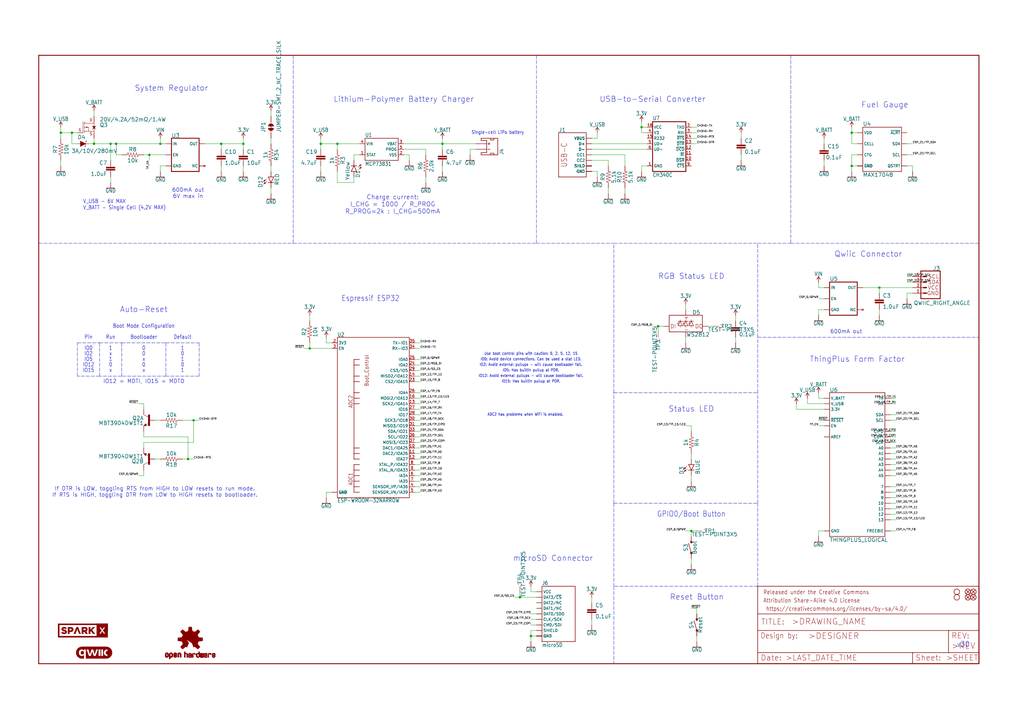
<source format=kicad_sch>
(kicad_sch (version 20211123) (generator eeschema)
  (paper "User" 470.306 324.612)
  (lib_symbols
    (symbol "eagleSchem-eagle-import:0.1UF-0402T-16V-10%"
      (property "Reference" "C" (at 1.524 2.921 0))
      (property "Value" "0.1UF-0402T-16V-10%" (at 1.524 -2.159 0))
      (symbol "0.1UF-0402T-16V-10%_1_0"
        (pin passive line (at 0 5.08 270) (length 2.54) (name "1") (number "1"))
        (pin passive line (at 0 -2.54 90) (length 2.54) (name "2") (number "2"))
      )
    )
    (symbol "eagleSchem-eagle-import:0.1UF-0402T-6.3V-10%-X7R"
      (property "Reference" "C" (at 1.524 2.921 0))
      (property "Value" "0.1UF-0402T-6.3V-10%-X7R" (at 1.524 -2.159 0))
      (symbol "0.1UF-0402T-6.3V-10%-X7R_1_0"
        (pin passive line (at 0 5.08 270) (length 2.54) (name "1") (number "1"))
        (pin passive line (at 0 -2.54 90) (length 2.54) (name "2") (number "2"))
      )
    )
    (symbol "eagleSchem-eagle-import:1.0UF-0402T-16V-10%"
      (property "Reference" "C" (at 1.524 2.921 0))
      (property "Value" "1.0UF-0402T-16V-10%" (at 1.524 -2.159 0))
      (symbol "1.0UF-0402T-16V-10%_1_0"
        (pin passive line (at 0 5.08 270) (length 2.54) (name "1") (number "1"))
        (pin passive line (at 0 -2.54 90) (length 2.54) (name "2") (number "2"))
      )
    )
    (symbol "eagleSchem-eagle-import:10KOHM-0402T-1{slash}16W-1%"
      (property "Reference" "R" (at 0 1.524 0))
      (property "Value" "10KOHM-0402T-1{slash}16W-1%" (at 0 -1.524 0))
      (symbol "10KOHM-0402T-1{slash}16W-1%_1_0"
        (pin passive line (at -5.08 0 0) (length 2.54) (name "1") (number "1"))
        (pin passive line (at 5.08 0 180) (length 2.54) (name "2") (number "2"))
      )
    )
    (symbol "eagleSchem-eagle-import:10UF-0402T-6.3V-20%"
      (property "Reference" "C" (at 1.524 2.921 0))
      (property "Value" "10UF-0402T-6.3V-20%" (at 1.524 -2.159 0))
      (symbol "10UF-0402T-6.3V-20%_1_0"
        (pin passive line (at 0 5.08 270) (length 2.54) (name "1") (number "1"))
        (pin passive line (at 0 -2.54 90) (length 2.54) (name "2") (number "2"))
      )
    )
    (symbol "eagleSchem-eagle-import:1KOHM-0402T-1{slash}16W-1%"
      (property "Reference" "R" (at 0 1.524 0))
      (property "Value" "1KOHM-0402T-1{slash}16W-1%" (at 0 -1.524 0))
      (symbol "1KOHM-0402T-1{slash}16W-1%_1_0"
        (pin passive line (at -5.08 0 0) (length 2.54) (name "1") (number "1"))
        (pin passive line (at 5.08 0 180) (length 2.54) (name "2") (number "2"))
      )
    )
    (symbol "eagleSchem-eagle-import:2.0KOHM-0603-1{slash}10W-5%"
      (property "Reference" "R" (at 0 1.524 0))
      (property "Value" "2.0KOHM-0603-1{slash}10W-5%" (at 0 -1.524 0))
      (symbol "2.0KOHM-0603-1{slash}10W-5%_1_0"
        (pin passive line (at -5.08 0 0) (length 2.54) (name "1") (number "1"))
        (pin passive line (at 5.08 0 180) (length 2.54) (name "2") (number "2"))
      )
    )
    (symbol "eagleSchem-eagle-import:3.3V" (power)
      (property "Value" "3.3V" (at 0 2.794 0))
      (symbol "3.3V_1_0"
        (pin power_in line (at 0 0 90) (length 2.54) (name "3.3V") (number "1"))
      )
    )
    (symbol "eagleSchem-eagle-import:4.7UF-0402_TIGHT-6.3V-20%-X5R"
      (property "Reference" "C" (at 1.524 2.921 0))
      (property "Value" "4.7UF-0402_TIGHT-6.3V-20%-X5R" (at 1.524 -2.159 0))
      (symbol "4.7UF-0402_TIGHT-6.3V-20%-X5R_1_0"
        (pin passive line (at 0 5.08 270) (length 2.54) (name "1") (number "1"))
        (pin passive line (at 0 -2.54 90) (length 2.54) (name "2") (number "2"))
      )
    )
    (symbol "eagleSchem-eagle-import:4.7UF-0603-35V-(20%)"
      (property "Reference" "C" (at 1.524 2.921 0))
      (property "Value" "4.7UF-0603-35V-(20%)" (at 1.524 -2.159 0))
      (symbol "4.7UF-0603-35V-(20%)_1_0"
        (pin passive line (at 0 5.08 270) (length 2.54) (name "1") (number "1"))
        (pin passive line (at 0 -2.54 90) (length 2.54) (name "2") (number "2"))
      )
    )
    (symbol "eagleSchem-eagle-import:5.1KOHM-0402T-1{slash}16W-1%"
      (property "Reference" "R" (at 0 1.524 0))
      (property "Value" "5.1KOHM-0402T-1{slash}16W-1%" (at 0 -1.524 0))
      (symbol "5.1KOHM-0402T-1{slash}16W-1%_1_0"
        (pin passive line (at -5.08 0 0) (length 2.54) (name "1") (number "1"))
        (pin passive line (at 5.08 0 180) (length 2.54) (name "2") (number "2"))
      )
    )
    (symbol "eagleSchem-eagle-import:CH340C"
      (property "Reference" "U" (at -7.62 10.795 0))
      (property "Value" "CH340C" (at -7.62 -15.24 0))
      (symbol "CH340C_1_0"
        (pin bidirectional line (at -10.16 -10.16 0) (length 2.54) (name "GND") (number "1"))
        (pin bidirectional line (at 10.16 -7.62 180) (length 2.54) (name "~{DSR}") (number "10"))
        (pin bidirectional line (at 10.16 -5.08 180) (length 2.54) (name "~{RI}") (number "11"))
        (pin bidirectional line (at 10.16 -2.54 180) (length 2.54) (name "~{DCD}") (number "12"))
        (pin bidirectional line (at 10.16 0 180) (length 2.54) (name "~{DTR}") (number "13"))
        (pin bidirectional line (at 10.16 2.54 180) (length 2.54) (name "~{RTS}") (number "14"))
        (pin bidirectional line (at -10.16 2.54 0) (length 2.54) (name "R232") (number "15"))
        (pin bidirectional line (at -10.16 7.62 0) (length 2.54) (name "VCC") (number "16"))
        (pin bidirectional line (at 10.16 7.62 180) (length 2.54) (name "TXO") (number "2"))
        (pin bidirectional line (at 10.16 5.08 180) (length 2.54) (name "RXI") (number "3"))
        (pin bidirectional line (at -10.16 5.08 0) (length 2.54) (name "V3") (number "4"))
        (pin bidirectional line (at -10.16 0 0) (length 2.54) (name "UD+") (number "5"))
        (pin bidirectional line (at -10.16 -2.54 0) (length 2.54) (name "UD-") (number "6"))
        (pin bidirectional line (at 10.16 -10.16 180) (length 2.54) (name "~{CTS}") (number "9"))
      )
    )
    (symbol "eagleSchem-eagle-import:DIODE-SCHOTTKY-BAT60A"
      (property "Reference" "D" (at -2.54 2.032 0))
      (property "Value" "DIODE-SCHOTTKY-BAT60A" (at -2.54 -2.032 0))
      (symbol "DIODE-SCHOTTKY-BAT60A_1_0"
        (pin passive line (at -2.54 0 0) (length 0) (name "A") (number "A"))
        (pin passive line (at 2.54 0 180) (length 0) (name "C") (number "C"))
      )
    )
    (symbol "eagleSchem-eagle-import:ESP-WROOM-32NARROW"
      (property "Reference" "U" (at -17.78 38.354 0))
      (property "Value" "ESP-WROOM-32NARROW" (at -17.78 -35.814 0))
      (symbol "ESP-WROOM-32NARROW_1_0"
        (text "ADC1" (at -11.684 -26.924 900) (effects (font (size 1.778 1.5113))))
        (text "ADC2" (at -11.684 8.636 900) (effects (font (size 1.778 1.5113))))
        (text "Boot_Control" (at -4.318 22.86 900) (effects (font (size 1.778 1.5113))))
        (pin bidirectional line (at -20.32 -33.02 0) (length 2.54) (name "GND") (number "1"))
        (pin bidirectional line (at 17.78 -12.7 180) (length 2.54) (name "DAC1/IOA25") (number "10"))
        (pin bidirectional line (at 17.78 -15.24 180) (length 2.54) (name "DAC2/IOA26") (number "11"))
        (pin bidirectional line (at 17.78 -17.78 180) (length 2.54) (name "IOA27") (number "12"))
        (pin bidirectional line (at 17.78 7.62 180) (length 2.54) (name "SCK2/IOA14") (number "13"))
        (pin bidirectional line (at 17.78 20.32 180) (length 2.54) (name "MISO2/IOA12") (number "14"))
        (pin bidirectional line (at -20.32 -33.02 0) (length 2.54) (name "GND") (number "15"))
        (pin bidirectional line (at 17.78 10.16 180) (length 2.54) (name "MOSI2/IOA13") (number "16"))
        (pin bidirectional line (at -20.32 35.56 0) (length 2.54) (name "3V3") (number "2"))
        (pin bidirectional line (at 17.78 17.78 180) (length 2.54) (name "CS2/IOA15") (number "23"))
        (pin bidirectional line (at 17.78 25.4 180) (length 2.54) (name "IOA2") (number "24"))
        (pin bidirectional line (at 17.78 27.94 180) (length 2.54) (name "IOA0") (number "25"))
        (pin bidirectional line (at 17.78 12.7 180) (length 2.54) (name "IOA4") (number "26"))
        (pin bidirectional line (at 17.78 5.08 180) (length 2.54) (name "IO16") (number "27"))
        (pin bidirectional line (at 17.78 2.54 180) (length 2.54) (name "IO17") (number "28"))
        (pin bidirectional line (at 17.78 22.86 180) (length 2.54) (name "CS3/IO5") (number "29"))
        (pin bidirectional line (at -20.32 33.02 0) (length 2.54) (name "EN") (number "3"))
        (pin bidirectional line (at 17.78 0 180) (length 2.54) (name "SCK3/IO18") (number "30"))
        (pin bidirectional line (at 17.78 -2.54 180) (length 2.54) (name "MISO3/IO19") (number "31"))
        (pin bidirectional line (at 17.78 -5.08 180) (length 2.54) (name "SDA/IO21") (number "33"))
        (pin bidirectional line (at 17.78 33.02 180) (length 2.54) (name "RX-IO3") (number "34"))
        (pin bidirectional line (at 17.78 35.56 180) (length 2.54) (name "TX-IO1") (number "35"))
        (pin bidirectional line (at 17.78 -7.62 180) (length 2.54) (name "SCL/IO22") (number "36"))
        (pin bidirectional line (at 17.78 -10.16 180) (length 2.54) (name "MOSI3/IO23") (number "37"))
        (pin bidirectional line (at -20.32 -33.02 0) (length 2.54) (name "GND") (number "38"))
        (pin bidirectional line (at 17.78 -30.48 180) (length 2.54) (name "SENSOR_VP/IA36") (number "4"))
        (pin bidirectional line (at 17.78 -33.02 180) (length 2.54) (name "SENSOR_VN/IA39") (number "5"))
        (pin bidirectional line (at 17.78 -25.4 180) (length 2.54) (name "IA34") (number "6"))
        (pin bidirectional line (at 17.78 -27.94 180) (length 2.54) (name "IA35") (number "7"))
        (pin bidirectional line (at 17.78 -20.32 180) (length 2.54) (name "XTAL_P/IOA32") (number "8"))
        (pin bidirectional line (at 17.78 -22.86 180) (length 2.54) (name "XTAL_N/IOA33") (number "9"))
        (pin bidirectional line (at -20.32 -33.02 0) (length 2.54) (name "GND") (number "GND"))
      )
    )
    (symbol "eagleSchem-eagle-import:FIDUCIALUFIDUCIAL")
    (symbol "eagleSchem-eagle-import:FRAME-LEDGER"
      (symbol "FRAME-LEDGER_2_0"
        (text " https://creativecommons.org/licenses/by-sa/4.0/" (at 2.54 24.13 0) (effects (font (size 1.9304 1.6408)) (justify left bottom)))
        (text ">DESIGNER" (at 23.114 11.176 0) (effects (font (size 2.7432 2.7432)) (justify left bottom)))
        (text ">DRAWING_NAME" (at 15.494 17.78 0) (effects (font (size 2.7432 2.7432)) (justify left bottom)))
        (text ">LAST_DATE_TIME" (at 12.7 1.27 0) (effects (font (size 2.54 2.54)) (justify left bottom)))
        (text ">REV" (at 88.9 6.604 0) (effects (font (size 2.7432 2.7432)) (justify left bottom)))
        (text ">SHEET" (at 86.36 1.27 0) (effects (font (size 2.54 2.54)) (justify left bottom)))
        (text "Attribution Share-Alike 4.0 License" (at 2.54 27.94 0) (effects (font (size 1.9304 1.6408)) (justify left bottom)))
        (text "Date:" (at 1.27 1.27 0) (effects (font (size 2.54 2.54)) (justify left bottom)))
        (text "Design by:" (at 1.27 11.43 0) (effects (font (size 2.54 2.159)) (justify left bottom)))
        (text "Released under the Creative Commons" (at 2.54 31.75 0) (effects (font (size 1.9304 1.6408)) (justify left bottom)))
        (text "REV:" (at 88.9 11.43 0) (effects (font (size 2.54 2.54)) (justify left bottom)))
        (text "Sheet:" (at 72.39 1.27 0) (effects (font (size 2.54 2.54)) (justify left bottom)))
        (text "TITLE:" (at 1.524 17.78 0) (effects (font (size 2.54 2.54)) (justify left bottom)))
      )
    )
    (symbol "eagleSchem-eagle-import:GND" (power)
      (property "Value" "GND" (at 0 -0.254 0))
      (symbol "GND_1_0"
        (pin power_in line (at 0 2.54 270) (length 2.54) (name "GND") (number "1"))
      )
    )
    (symbol "eagleSchem-eagle-import:JST_2MM_MALE"
      (property "Reference" "J" (at -2.54 5.842 0))
      (symbol "JST_2MM_MALE_1_0"
        (pin bidirectional line (at 0 -5.08 90) (length 5.08) (name "-") (number "1"))
        (pin bidirectional line (at 2.54 -5.08 90) (length 5.08) (name "+") (number "2"))
        (pin bidirectional line (at -2.54 2.54 90) (length 0) (name "PAD1") (number "NC1"))
        (pin bidirectional line (at 5.08 2.54 90) (length 0) (name "PAD2") (number "NC2"))
      )
    )
    (symbol "eagleSchem-eagle-import:JUMPER-SMT_2_NC_TRACE_SILK"
      (property "Reference" "JP" (at -2.54 2.54 0))
      (property "Value" "JUMPER-SMT_2_NC_TRACE_SILK" (at -2.54 -2.54 0))
      (symbol "JUMPER-SMT_2_NC_TRACE_SILK_1_0"
        (pin passive line (at -5.08 0 0) (length 2.54) (name "1") (number "1"))
        (pin passive line (at 5.08 0 180) (length 2.54) (name "2") (number "2"))
      )
    )
    (symbol "eagleSchem-eagle-import:LED-BLUE0603"
      (property "Reference" "D" (at -3.429 -4.572 90))
      (property "Value" "LED-BLUE0603" (at 1.905 -4.572 90))
      (symbol "LED-BLUE0603_1_0"
        (pin passive line (at 0 2.54 270) (length 2.54) (name "A") (number "A"))
        (pin passive line (at 0 -5.08 90) (length 2.54) (name "C") (number "C"))
      )
    )
    (symbol "eagleSchem-eagle-import:LED-RED0603"
      (property "Reference" "D" (at -3.429 -4.572 90))
      (property "Value" "LED-RED0603" (at 1.905 -4.572 90))
      (symbol "LED-RED0603_1_0"
        (pin passive line (at 0 2.54 270) (length 2.54) (name "A") (number "A"))
        (pin passive line (at 0 -5.08 90) (length 2.54) (name "C") (number "C"))
      )
    )
    (symbol "eagleSchem-eagle-import:LED-YELLOW0603"
      (property "Reference" "D" (at -3.429 -4.572 90))
      (property "Value" "LED-YELLOW0603" (at 1.905 -4.572 90))
      (symbol "LED-YELLOW0603_1_0"
        (pin passive line (at 0 2.54 270) (length 2.54) (name "A") (number "A"))
        (pin passive line (at 0 -5.08 90) (length 2.54) (name "C") (number "C"))
      )
    )
    (symbol "eagleSchem-eagle-import:MAX17048DFN8"
      (property "Reference" "U" (at -10.16 10.668 0))
      (property "Value" "MAX17048DFN8" (at -10.16 -12.7 0))
      (symbol "MAX17048DFN8_1_0"
        (pin input line (at -12.7 -2.54 0) (length 2.54) (name "CTG") (number "1"))
        (pin input line (at -12.7 2.54 0) (length 2.54) (name "CELL") (number "2"))
        (pin bidirectional line (at -12.7 7.62 0) (length 2.54) (name "VDD") (number "3"))
        (pin bidirectional line (at -12.7 -7.62 0) (length 2.54) (name "GND") (number "4"))
        (pin bidirectional line (at 10.16 7.62 180) (length 2.54) (name "~{ALRT}") (number "5"))
        (pin bidirectional line (at 10.16 -7.62 180) (length 2.54) (name "QSTRT") (number "6"))
        (pin output line (at 10.16 -2.54 180) (length 2.54) (name "SCL") (number "7"))
        (pin input line (at 10.16 2.54 180) (length 2.54) (name "SDA") (number "8"))
        (pin bidirectional line (at -12.7 -7.62 0) (length 2.54) (name "GND") (number "9"))
      )
    )
    (symbol "eagleSchem-eagle-import:MCP73831"
      (property "Reference" "U" (at -7.62 5.588 0))
      (property "Value" "MCP73831" (at -7.62 -7.62 0))
      (symbol "MCP73831_1_0"
        (pin output line (at -10.16 -2.54 0) (length 2.54) (name "STAT") (number "1"))
        (pin power_in line (at 10.16 -2.54 180) (length 2.54) (name "VSS") (number "2"))
        (pin power_in line (at 10.16 2.54 180) (length 2.54) (name "VBAT") (number "3"))
        (pin power_in line (at -10.16 2.54 0) (length 2.54) (name "VIN") (number "4"))
        (pin input line (at 10.16 0 180) (length 2.54) (name "PROG") (number "5"))
      )
    )
    (symbol "eagleSchem-eagle-import:MICRO-SD-SDIOPUSH-PUSH"
      (property "Reference" "J" (at -5.08 13.208 0))
      (property "Value" "MICRO-SD-SDIOPUSH-PUSH" (at -5.08 -15.24 0))
      (symbol "MICRO-SD-SDIOPUSH-PUSH_1_0"
        (pin bidirectional line (at -7.62 -7.62 0) (length 2.54) (name "SHIELD") (number "CD1"))
        (pin bidirectional line (at -7.62 7.62 0) (length 2.54) (name "DAT3/~{CS}") (number "CS/DAT3"))
        (pin bidirectional line (at -7.62 2.54 0) (length 2.54) (name "DAT1/NC") (number "DAT1"))
        (pin bidirectional line (at -7.62 5.08 0) (length 2.54) (name "DAT2/NC") (number "DAT2"))
        (pin bidirectional line (at -7.62 -5.08 0) (length 2.54) (name "CMD/SDI") (number "DI/CMD"))
        (pin bidirectional line (at -7.62 0 0) (length 2.54) (name "DAT0/SDO") (number "DO/DAT0"))
        (pin bidirectional line (at -7.62 -10.16 0) (length 2.54) (name "GND") (number "GND"))
        (pin bidirectional line (at -7.62 -10.16 0) (length 2.54) (name "GND") (number "GND1"))
        (pin bidirectional line (at -7.62 -10.16 0) (length 2.54) (name "GND") (number "GND3"))
        (pin bidirectional line (at -7.62 -2.54 0) (length 2.54) (name "CLK/SCK") (number "SCLK"))
        (pin bidirectional line (at -7.62 10.16 0) (length 2.54) (name "VCC") (number "VCC"))
      )
    )
    (symbol "eagleSchem-eagle-import:MOMENTARY-SWITCH-SPST-SMD-4.6X2.8MM"
      (property "Reference" "S" (at 0 1.524 0))
      (property "Value" "MOMENTARY-SWITCH-SPST-SMD-4.6X2.8MM" (at 0 -0.508 0))
      (symbol "MOMENTARY-SWITCH-SPST-SMD-4.6X2.8MM_1_0"
        (pin passive line (at -5.08 0 0) (length 2.54) (name "1") (number "1"))
        (pin passive line (at -5.08 0 0) (length 2.54) (name "1") (number "2"))
        (pin passive line (at 5.08 0 180) (length 2.54) (name "2") (number "3"))
        (pin passive line (at 5.08 0 180) (length 2.54) (name "2") (number "4"))
      )
    )
    (symbol "eagleSchem-eagle-import:MOSFET_PCH-DMG2305UX-7"
      (property "Reference" "Q" (at 5.08 0 0))
      (property "Value" "MOSFET_PCH-DMG2305UX-7" (at 5.08 -2.54 0))
      (symbol "MOSFET_PCH-DMG2305UX-7_1_0"
        (text "D" (at 0.508 2.54 0) (effects (font (size 1.27 1.0795)) (justify left bottom)))
        (text "G" (at -3.302 -0.508 0) (effects (font (size 1.27 1.0795)) (justify right top)))
        (text "S" (at 0.508 -3.81 0) (effects (font (size 1.27 1.0795)) (justify left bottom)))
        (pin bidirectional line (at -5.08 -2.54 0) (length 2.54) (name "G") (number "1"))
        (pin bidirectional line (at 2.54 -5.08 90) (length 2.54) (name "S") (number "2"))
        (pin bidirectional line (at 2.54 5.08 270) (length 2.54) (name "D") (number "3"))
      )
    )
    (symbol "eagleSchem-eagle-import:OSHW-LOGOMINI")
    (symbol "eagleSchem-eagle-import:QWIIC_CONNECTORJS-1MM"
      (property "Reference" "J" (at -5.08 7.874 0))
      (property "Value" "QWIIC_CONNECTORJS-1MM" (at -5.08 -5.334 0))
      (symbol "QWIIC_CONNECTORJS-1MM_1_0"
        (text "GND" (at -4.572 -2.54 0) (effects (font (size 1.778 1.778)) (justify left)))
        (text "SCL" (at -4.572 5.08 0) (effects (font (size 1.778 1.778)) (justify left)))
        (text "SDA" (at -4.572 2.54 0) (effects (font (size 1.778 1.778)) (justify left)))
        (text "VCC" (at -4.572 0 0) (effects (font (size 1.778 1.778)) (justify left)))
        (pin power_in line (at 7.62 -2.54 180) (length 5.08) (name "1") (number "1"))
        (pin power_in line (at 7.62 0 180) (length 5.08) (name "2") (number "2"))
        (pin passive line (at 7.62 2.54 180) (length 5.08) (name "3") (number "3"))
        (pin passive line (at 7.62 5.08 180) (length 5.08) (name "4") (number "4"))
      )
    )
    (symbol "eagleSchem-eagle-import:QWIIC_LOGO_4MM")
    (symbol "eagleSchem-eagle-import:SPARKX-LOGO4")
    (symbol "eagleSchem-eagle-import:STAND-OFFTIGHT")
    (symbol "eagleSchem-eagle-import:TEST-POINT3X5"
      (property "Reference" "TP" (at -2.54 2.54 0))
      (property "Value" "TEST-POINT3X5" (at -2.54 -2.54 0))
      (symbol "TEST-POINT3X5_1_0"
        (pin bidirectional line (at 0 0 180) (length 0) (name "1") (number "P$1"))
      )
    )
    (symbol "eagleSchem-eagle-import:THINGPLUS_LOGICAL"
      (property "Reference" "U" (at -12.7 33.274 0))
      (property "Value" "THINGPLUS_LOGICAL" (at -12.7 -35.56 0))
      (symbol "THINGPLUS_LOGICAL_1_0"
        (pin bidirectional line (at 15.24 -17.78 180) (length 2.54) (name "10") (number "10"))
        (pin bidirectional line (at 15.24 -20.32 180) (length 2.54) (name "11") (number "11"))
        (pin bidirectional line (at 15.24 -22.86 180) (length 2.54) (name "12") (number "12"))
        (pin bidirectional line (at 15.24 -25.4 180) (length 2.54) (name "13") (number "13"))
        (pin bidirectional line (at -15.24 25.4 0) (length 2.54) (name "3.3V") (number "3V3"))
        (pin bidirectional line (at 15.24 -10.16 180) (length 2.54) (name "7") (number "7"))
        (pin bidirectional line (at 15.24 -12.7 180) (length 2.54) (name "8") (number "8"))
        (pin bidirectional line (at 15.24 -15.24 180) (length 2.54) (name "9") (number "9"))
        (pin bidirectional line (at 15.24 7.62 180) (length 2.54) (name "A0") (number "A0"))
        (pin bidirectional line (at 15.24 5.08 180) (length 2.54) (name "A1") (number "A1"))
        (pin bidirectional line (at 15.24 2.54 180) (length 2.54) (name "A2") (number "A2"))
        (pin bidirectional line (at 15.24 0 180) (length 2.54) (name "A3") (number "A3"))
        (pin bidirectional line (at 15.24 -2.54 180) (length 2.54) (name "A4") (number "A4"))
        (pin bidirectional line (at 15.24 -5.08 180) (length 2.54) (name "A5") (number "A5"))
        (pin bidirectional line (at -15.24 12.7 0) (length 2.54) (name "AREF") (number "AREF"))
        (pin bidirectional line (at 15.24 15.24 180) (length 2.54) (name "CIPO") (number "CIPO"))
        (pin bidirectional line (at 15.24 12.7 180) (length 2.54) (name "COPI") (number "COPI"))
        (pin bidirectional line (at -15.24 17.78 0) (length 2.54) (name "EN") (number "EN"))
        (pin bidirectional line (at 15.24 -30.48 180) (length 2.54) (name "FREEBIE") (number "FREEBIE"))
        (pin bidirectional line (at -15.24 -30.48 0) (length 2.54) (name "GND") (number "GND"))
        (pin bidirectional line (at -15.24 20.32 0) (length 2.54) (name "~{RESET}") (number "RST"))
        (pin bidirectional line (at 15.24 27.94 180) (length 2.54) (name "RX") (number "RX"))
        (pin bidirectional line (at 15.24 10.16 180) (length 2.54) (name "SCK") (number "SCK"))
        (pin bidirectional line (at 15.24 20.32 180) (length 2.54) (name "SCL") (number "SCL"))
        (pin bidirectional line (at 15.24 22.86 180) (length 2.54) (name "SDA") (number "SDA"))
        (pin bidirectional line (at 15.24 30.48 180) (length 2.54) (name "TX") (number "TX"))
        (pin bidirectional line (at -15.24 30.48 0) (length 2.54) (name "V_BATT") (number "V_BATT"))
        (pin bidirectional line (at -15.24 27.94 0) (length 2.54) (name "V_USB") (number "V_USB"))
      )
    )
    (symbol "eagleSchem-eagle-import:TRANS_NPN_DUAL-MBT3904DW1T1"
      (property "Reference" "Q" (at 2.54 0 0))
      (property "Value" "TRANS_NPN_DUAL-MBT3904DW1T1" (at 2.54 -2.286 0))
      (symbol "TRANS_NPN_DUAL-MBT3904DW1T1_1_0"
        (pin passive line (at 2.54 5.08 270) (length 2.54) (name "C") (number "3"))
        (pin passive line (at 2.54 -5.08 90) (length 2.54) (name "E") (number "4"))
        (pin passive line (at -2.54 0 0) (length 2.54) (name "B") (number "5"))
      )
      (symbol "TRANS_NPN_DUAL-MBT3904DW1T1_2_0"
        (pin passive line (at 2.54 -5.08 90) (length 2.54) (name "E") (number "1"))
        (pin passive line (at -2.54 0 0) (length 2.54) (name "B") (number "2"))
        (pin passive line (at 2.54 5.08 270) (length 2.54) (name "C") (number "6"))
      )
    )
    (symbol "eagleSchem-eagle-import:USB_C_2-LAYER_PADS"
      (property "Reference" "J" (at -2.54 10.414 0))
      (property "Value" "USB_C_2-LAYER_PADS" (at -2.54 -12.446 0))
      (symbol "USB_C_2-LAYER_PADS_1_0"
        (text "USB-C" (at 0 0 900) (effects (font (size 2.54 2.159))))
        (pin bidirectional line (at 12.7 0 180) (length 2.54) (name "CC1") (number "A5"))
        (pin bidirectional line (at 12.7 5.08 180) (length 2.54) (name "D+") (number "A6"))
        (pin bidirectional line (at 12.7 2.54 180) (length 2.54) (name "D-") (number "A7"))
        (pin bidirectional line (at 12.7 -2.54 180) (length 2.54) (name "CC2") (number "B5"))
        (pin bidirectional line (at 12.7 5.08 180) (length 2.54) (name "D+") (number "B6"))
        (pin bidirectional line (at 12.7 2.54 180) (length 2.54) (name "D-") (number "B7"))
        (pin bidirectional line (at 12.7 -7.62 180) (length 2.54) (name "GND") (number "GND"))
        (pin bidirectional line (at 12.7 -7.62 180) (length 2.54) (name "GND") (number "GND2"))
        (pin bidirectional line (at 12.7 -5.08 180) (length 2.54) (name "SHLD") (number "SHLD1"))
        (pin bidirectional line (at 12.7 -5.08 180) (length 2.54) (name "SHLD") (number "SHLD2"))
        (pin bidirectional line (at 12.7 -5.08 180) (length 2.54) (name "SHLD") (number "SHLD3"))
        (pin bidirectional line (at 12.7 -5.08 180) (length 2.54) (name "SHLD") (number "SHLD4"))
        (pin bidirectional line (at 12.7 7.62 180) (length 2.54) (name "VBUS") (number "VBUS1"))
        (pin bidirectional line (at 12.7 7.62 180) (length 2.54) (name "VBUS") (number "VBUS2"))
      )
    )
    (symbol "eagleSchem-eagle-import:VIN" (power)
      (property "Value" "VIN" (at 0 2.794 0))
      (symbol "VIN_1_0"
        (pin power_in line (at 0 0 90) (length 2.54) (name "VIN") (number "1"))
      )
    )
    (symbol "eagleSchem-eagle-import:V_BATT" (power)
      (property "Value" "V_BATT" (at 0 2.794 0))
      (symbol "V_BATT_1_0"
        (pin power_in line (at 0 0 90) (length 2.54) (name "V_BATT") (number "1"))
      )
    )
    (symbol "eagleSchem-eagle-import:V_REG_AP2112K-3.3V"
      (property "Reference" "U" (at -7.62 7.874 0))
      (property "Value" "V_REG_AP2112K-3.3V" (at -7.62 -7.874 0))
      (symbol "V_REG_AP2112K-3.3V_1_0"
        (pin input line (at -10.16 5.08 0) (length 2.54) (name "IN") (number "1"))
        (pin input line (at -10.16 -5.08 0) (length 2.54) (name "GND") (number "2"))
        (pin input line (at -10.16 0 0) (length 2.54) (name "EN") (number "3"))
        (pin no_connect line (at 7.62 -5.08 180) (length 2.54) (name "NC") (number "4"))
        (pin passive line (at 7.62 5.08 180) (length 2.54) (name "OUT") (number "5"))
      )
    )
    (symbol "eagleSchem-eagle-import:V_USB" (power)
      (property "Value" "V_USB" (at 0 2.794 0))
      (symbol "V_USB_1_0"
        (pin power_in line (at 0 0 90) (length 2.54) (name "V_USB") (number "1"))
      )
    )
    (symbol "eagleSchem-eagle-import:WS2812_2020"
      (property "Reference" "D" (at 4.826 5.334 0))
      (property "Value" "WS2812_2020" (at 5.588 -4.826 0))
      (symbol "WS2812_2020_1_0"
        (text "+" (at 0.254 4.064 0) (effects (font (size 1.778 1.778))))
        (text "-" (at 0.254 -1.524 0) (effects (font (size 1.778 1.778))))
        (text "DI" (at -5.842 0 0) (effects (font (size 1.778 1.778))))
        (text "DO" (at 6.096 0 0) (effects (font (size 1.778 1.778))))
        (pin bidirectional line (at -10.16 0 0) (length 2.54) (name "DI") (number "DI"))
        (pin bidirectional line (at 10.16 0 180) (length 2.54) (name "DO") (number "DO"))
        (pin bidirectional line (at 0 -5.08 90) (length 2.54) (name "GND") (number "GND"))
        (pin bidirectional line (at 0 7.62 270) (length 2.54) (name "VCC") (number "VCC"))
      )
    )
  )
  (junction (at 403.86 132.08))
  (junction (at 88.9 193.04))
  (junction (at 86.36 210.82))
  (junction (at 111.76 66.04))
  (junction (at 142.24 160.02))
  (junction (at 391.16 60.96))
  (junction (at 238.76 274.32))
  (junction (at 33.02 60.96))
  (junction (at 53.34 66.04))
  (junction (at 302.26 149.86))
  (junction (at 154.94 66.04))
  (junction (at 203.2 66.04))
  (junction (at 317.5 243.84))
  (junction (at 50.8 66.04))
  (junction (at 391.16 76.2))
  (junction (at 68.58 71.12))
  (junction (at 294.64 58.42))
  (junction (at 43.18 66.04))
  (junction (at 147.32 66.04))
  (junction (at 243.84 292.1))
  (junction (at 73.66 66.04))
  (junction (at 27.94 60.96))
  (junction (at 101.6 66.04))
  (wire (pts (xy 325.12 149.86) (xy 327.66 149.86)))
  (wire (pts (xy 152.4 226.06) (xy 149.86 226.06)))
  (wire (pts (xy 238.76 274.32) (xy 236.22 274.32)))
  (polyline (pts (xy 55.88 172.72) (xy 45.72 172.72)))
  (wire (pts (xy 294.64 76.2) (xy 297.18 76.2)))
  (wire (pts (xy 378.46 195.58) (xy 375.92 195.58)))
  (wire (pts (xy 66.04 203.2) (xy 88.9 203.2)))
  (wire (pts (xy 375.92 142.24) (xy 375.92 144.78)))
  (polyline (pts (xy 347.98 111.76) (xy 363.22 111.76)))
  (polyline (pts (xy 134.62 25.4) (xy 134.62 111.76)))
  (polyline (pts (xy 45.72 157.48) (xy 45.72 172.72)))
  (wire (pts (xy 393.7 66.04) (xy 391.16 66.04)))
  (wire (pts (xy 215.9 68.58) (xy 215.9 71.12)))
  (wire (pts (xy 317.5 256.54) (xy 317.5 259.08)))
  (wire (pts (xy 340.36 71.12) (xy 340.36 73.66)))
  (wire (pts (xy 66.04 218.44) (xy 66.04 215.9)))
  (wire (pts (xy 53.34 66.04) (xy 50.8 66.04)))
  (wire (pts (xy 190.5 193.04) (xy 193.04 193.04)))
  (polyline (pts (xy 347.98 180.34) (xy 347.98 154.94)))
  (wire (pts (xy 33.02 60.96) (xy 33.02 66.04)))
  (polyline (pts (xy 281.94 231.14) (xy 347.98 231.14)))
  (wire (pts (xy 190.5 170.18) (xy 193.04 170.18)))
  (polyline (pts (xy 55.88 157.48) (xy 55.88 172.72)))
  (wire (pts (xy 246.38 284.48) (xy 243.84 284.48)))
  (wire (pts (xy 190.5 182.88) (xy 193.04 182.88)))
  (wire (pts (xy 68.58 71.12) (xy 76.2 71.12)))
  (wire (pts (xy 68.58 71.12) (xy 68.58 73.66)))
  (wire (pts (xy 378.46 182.88) (xy 375.92 182.88)))
  (wire (pts (xy 53.34 71.12) (xy 53.34 66.04)))
  (wire (pts (xy 142.24 160.02) (xy 139.7 160.02)))
  (wire (pts (xy 162.56 81.28) (xy 162.56 83.82)))
  (wire (pts (xy 416.56 71.12) (xy 419.1 71.12)))
  (wire (pts (xy 152.4 160.02) (xy 142.24 160.02)))
  (wire (pts (xy 391.16 66.04) (xy 391.16 60.96)))
  (wire (pts (xy 73.66 193.04) (xy 71.12 193.04)))
  (polyline (pts (xy 45.72 157.48) (xy 55.88 157.48)))
  (polyline (pts (xy 45.72 172.72) (xy 35.56 172.72)))
  (wire (pts (xy 378.46 142.24) (xy 375.92 142.24)))
  (wire (pts (xy 162.56 71.12) (xy 165.1 71.12)))
  (wire (pts (xy 190.5 195.58) (xy 193.04 195.58)))
  (wire (pts (xy 416.56 76.2) (xy 419.1 76.2)))
  (wire (pts (xy 393.7 71.12) (xy 391.16 71.12)))
  (wire (pts (xy 162.56 71.12) (xy 162.56 73.66)))
  (wire (pts (xy 320.04 281.94) (xy 320.04 279.4)))
  (wire (pts (xy 246.38 287.02) (xy 243.84 287.02)))
  (wire (pts (xy 297.18 68.58) (xy 271.78 68.58)))
  (wire (pts (xy 274.32 78.74) (xy 271.78 78.74)))
  (polyline (pts (xy 76.2 172.72) (xy 55.88 172.72)))
  (wire (pts (xy 66.04 187.96) (xy 66.04 185.42)))
  (wire (pts (xy 190.5 157.48) (xy 193.04 157.48)))
  (wire (pts (xy 187.96 71.12) (xy 187.96 73.66)))
  (wire (pts (xy 243.84 271.78) (xy 243.84 269.24)))
  (wire (pts (xy 287.02 71.12) (xy 287.02 76.2)))
  (wire (pts (xy 40.64 66.04) (xy 43.18 66.04)))
  (wire (pts (xy 190.5 203.2) (xy 193.04 203.2)))
  (wire (pts (xy 43.18 50.8) (xy 43.18 53.34)))
  (wire (pts (xy 287.02 88.9) (xy 287.02 86.36)))
  (wire (pts (xy 190.5 200.66) (xy 193.04 200.66)))
  (wire (pts (xy 297.18 60.96) (xy 294.64 60.96)))
  (wire (pts (xy 190.5 190.5) (xy 193.04 190.5)))
  (wire (pts (xy 215.9 68.58) (xy 218.44 68.58)))
  (wire (pts (xy 147.32 66.04) (xy 147.32 63.5)))
  (wire (pts (xy 408.94 233.68) (xy 411.48 233.68)))
  (wire (pts (xy 271.78 71.12) (xy 287.02 71.12)))
  (wire (pts (xy 73.66 66.04) (xy 53.34 66.04)))
  (wire (pts (xy 391.16 76.2) (xy 391.16 78.74)))
  (wire (pts (xy 190.5 175.26) (xy 193.04 175.26)))
  (wire (pts (xy 190.5 187.96) (xy 193.04 187.96)))
  (wire (pts (xy 243.84 289.56) (xy 243.84 292.1)))
  (wire (pts (xy 50.8 66.04) (xy 50.8 73.66)))
  (polyline (pts (xy 347.98 154.94) (xy 449.58 154.94)))
  (wire (pts (xy 246.38 289.56) (xy 243.84 289.56)))
  (wire (pts (xy 27.94 63.5) (xy 27.94 60.96)))
  (wire (pts (xy 73.66 66.04) (xy 73.66 63.5)))
  (wire (pts (xy 302.26 152.4) (xy 302.26 149.86)))
  (wire (pts (xy 317.5 60.96) (xy 320.04 60.96)))
  (wire (pts (xy 408.94 213.36) (xy 411.48 213.36)))
  (wire (pts (xy 190.5 160.02) (xy 193.04 160.02)))
  (wire (pts (xy 408.94 210.82) (xy 411.48 210.82)))
  (wire (pts (xy 408.94 200.66) (xy 411.48 200.66)))
  (wire (pts (xy 391.16 60.96) (xy 393.7 60.96)))
  (wire (pts (xy 55.88 71.12) (xy 53.34 71.12)))
  (wire (pts (xy 378.46 132.08) (xy 375.92 132.08)))
  (wire (pts (xy 190.5 215.9) (xy 193.04 215.9)))
  (wire (pts (xy 66.04 218.44) (xy 63.5 218.44)))
  (wire (pts (xy 185.42 71.12) (xy 187.96 71.12)))
  (wire (pts (xy 408.94 226.06) (xy 411.48 226.06)))
  (polyline (pts (xy 347.98 269.24) (xy 347.98 231.14)))
  (wire (pts (xy 294.64 58.42) (xy 294.64 55.88)))
  (wire (pts (xy 190.5 226.06) (xy 193.04 226.06)))
  (wire (pts (xy 271.78 66.04) (xy 297.18 66.04)))
  (wire (pts (xy 314.96 142.24) (xy 314.96 139.7)))
  (polyline (pts (xy 246.38 25.4) (xy 246.38 111.76)))
  (wire (pts (xy 190.5 208.28) (xy 193.04 208.28)))
  (wire (pts (xy 317.5 58.42) (xy 320.04 58.42)))
  (wire (pts (xy 149.86 157.48) (xy 152.4 157.48)))
  (wire (pts (xy 76.2 76.2) (xy 73.66 76.2)))
  (wire (pts (xy 317.5 66.04) (xy 320.04 66.04)))
  (wire (pts (xy 83.82 193.04) (xy 88.9 193.04)))
  (wire (pts (xy 190.5 167.64) (xy 193.04 167.64)))
  (wire (pts (xy 317.5 243.84) (xy 314.96 243.84)))
  (wire (pts (xy 27.94 76.2) (xy 27.94 73.66)))
  (wire (pts (xy 314.96 154.94) (xy 314.96 157.48)))
  (wire (pts (xy 408.94 182.88) (xy 411.48 182.88)))
  (wire (pts (xy 195.58 81.28) (xy 195.58 83.82)))
  (polyline (pts (xy 281.94 231.14) (xy 281.94 180.34)))
  (wire (pts (xy 86.36 200.66) (xy 66.04 200.66)))
  (wire (pts (xy 66.04 205.74) (xy 66.04 203.2)))
  (wire (pts (xy 190.5 220.98) (xy 193.04 220.98)))
  (wire (pts (xy 43.18 63.5) (xy 43.18 66.04)))
  (wire (pts (xy 33.02 66.04) (xy 35.56 66.04)))
  (wire (pts (xy 154.94 83.82) (xy 154.94 78.74)))
  (polyline (pts (xy 76.2 157.48) (xy 76.2 172.72)))
  (wire (pts (xy 190.5 213.36) (xy 193.04 213.36)))
  (polyline (pts (xy 91.44 172.72) (xy 76.2 172.72)))
  (wire (pts (xy 378.46 63.5) (xy 378.46 66.04)))
  (wire (pts (xy 154.94 66.04) (xy 147.32 66.04)))
  (wire (pts (xy 375.92 137.16) (xy 378.46 137.16)))
  (polyline (pts (xy 246.38 111.76) (xy 281.94 111.76)))
  (wire (pts (xy 271.78 274.32) (xy 271.78 276.86)))
  (wire (pts (xy 408.94 203.2) (xy 411.48 203.2)))
  (wire (pts (xy 274.32 63.5) (xy 274.32 60.96)))
  (wire (pts (xy 101.6 66.04) (xy 111.76 66.04)))
  (wire (pts (xy 101.6 78.74) (xy 101.6 76.2)))
  (wire (pts (xy 320.04 292.1) (xy 320.04 294.64)))
  (wire (pts (xy 416.56 134.62) (xy 416.56 137.16)))
  (polyline (pts (xy 363.22 111.76) (xy 449.58 111.76)))
  (wire (pts (xy 35.56 60.96) (xy 33.02 60.96)))
  (polyline (pts (xy 134.62 111.76) (xy 246.38 111.76)))
  (wire (pts (xy 190.5 198.12) (xy 193.04 198.12)))
  (wire (pts (xy 378.46 73.66) (xy 378.46 76.2)))
  (wire (pts (xy 408.94 228.6) (xy 411.48 228.6)))
  (wire (pts (xy 190.5 185.42) (xy 193.04 185.42)))
  (wire (pts (xy 375.92 182.88) (xy 375.92 180.34)))
  (wire (pts (xy 302.26 149.86) (xy 299.72 149.86)))
  (wire (pts (xy 314.96 195.58) (xy 317.5 195.58)))
  (wire (pts (xy 203.2 63.5) (xy 203.2 66.04)))
  (wire (pts (xy 246.38 281.94) (xy 243.84 281.94)))
  (wire (pts (xy 408.94 215.9) (xy 411.48 215.9)))
  (wire (pts (xy 408.94 223.52) (xy 411.48 223.52)))
  (wire (pts (xy 403.86 144.78) (xy 403.86 142.24)))
  (wire (pts (xy 246.38 292.1) (xy 243.84 292.1)))
  (wire (pts (xy 190.5 180.34) (xy 193.04 180.34)))
  (wire (pts (xy 294.64 60.96) (xy 294.64 58.42)))
  (wire (pts (xy 317.5 246.38) (xy 317.5 243.84)))
  (polyline (pts (xy 281.94 269.24) (xy 281.94 304.8)))
  (polyline (pts (xy 35.56 172.72) (xy 35.56 157.48)))
  (wire (pts (xy 403.86 132.08) (xy 419.1 132.08)))
  (wire (pts (xy 317.5 63.5) (xy 320.04 63.5)))
  (wire (pts (xy 142.24 160.02) (xy 142.24 157.48)))
  (wire (pts (xy 165.1 66.04) (xy 154.94 66.04)))
  (wire (pts (xy 124.46 76.2) (xy 124.46 78.74)))
  (polyline (pts (xy 17.78 111.76) (xy 134.62 111.76)))
  (wire (pts (xy 93.98 66.04) (xy 101.6 66.04)))
  (wire (pts (xy 317.5 210.82) (xy 317.5 208.28)))
  (wire (pts (xy 396.24 132.08) (xy 403.86 132.08)))
  (wire (pts (xy 393.7 76.2) (xy 391.16 76.2)))
  (wire (pts (xy 43.18 66.04) (xy 50.8 66.04)))
  (polyline (pts (xy 35.56 157.48) (xy 45.72 157.48)))
  (wire (pts (xy 246.38 274.32) (xy 238.76 274.32)))
  (wire (pts (xy 403.86 132.08) (xy 403.86 134.62)))
  (wire (pts (xy 408.94 218.44) (xy 411.48 218.44)))
  (wire (pts (xy 274.32 63.5) (xy 271.78 63.5)))
  (wire (pts (xy 271.78 284.48) (xy 271.78 287.02)))
  (wire (pts (xy 149.86 226.06) (xy 149.86 228.6)))
  (wire (pts (xy 416.56 66.04) (xy 419.1 66.04)))
  (wire (pts (xy 340.36 60.96) (xy 340.36 63.5)))
  (wire (pts (xy 378.46 185.42) (xy 370.84 185.42)))
  (polyline (pts (xy 281.94 231.14) (xy 281.94 269.24)))
  (wire (pts (xy 408.94 208.28) (xy 411.48 208.28)))
  (wire (pts (xy 149.86 154.94) (xy 149.86 157.48)))
  (wire (pts (xy 66.04 71.12) (xy 68.58 71.12)))
  (wire (pts (xy 185.42 68.58) (xy 195.58 68.58)))
  (wire (pts (xy 408.94 198.12) (xy 411.48 198.12)))
  (wire (pts (xy 408.94 236.22) (xy 411.48 236.22)))
  (polyline (pts (xy 55.88 157.48) (xy 76.2 157.48)))
  (wire (pts (xy 408.94 193.04) (xy 411.48 193.04)))
  (wire (pts (xy 203.2 78.74) (xy 203.2 76.2)))
  (wire (pts (xy 50.8 81.28) (xy 50.8 83.82)))
  (wire (pts (xy 33.02 60.96) (xy 27.94 60.96)))
  (wire (pts (xy 111.76 66.04) (xy 111.76 68.58)))
  (wire (pts (xy 317.5 243.84) (xy 320.04 243.84)))
  (wire (pts (xy 419.1 127) (xy 416.56 127)))
  (wire (pts (xy 147.32 66.04) (xy 147.32 68.58)))
  (wire (pts (xy 408.94 238.76) (xy 411.48 238.76)))
  (wire (pts (xy 297.18 58.42) (xy 294.64 58.42)))
  (wire (pts (xy 27.94 58.42) (xy 27.94 60.96)))
  (wire (pts (xy 274.32 78.74) (xy 274.32 81.28)))
  (wire (pts (xy 111.76 63.5) (xy 111.76 66.04)))
  (wire (pts (xy 246.38 271.78) (xy 243.84 271.78)))
  (wire (pts (xy 124.46 50.8) (xy 124.46 53.34)))
  (wire (pts (xy 190.5 172.72) (xy 193.04 172.72)))
  (wire (pts (xy 408.94 190.5) (xy 411.48 190.5)))
  (polyline (pts (xy 281.94 180.34) (xy 281.94 111.76)))
  (wire (pts (xy 203.2 66.04) (xy 185.42 66.04)))
  (wire (pts (xy 238.76 271.78) (xy 238.76 274.32)))
  (wire (pts (xy 391.16 71.12) (xy 391.16 76.2)))
  (polyline (pts (xy 91.44 157.48) (xy 91.44 172.72)))
  (polyline (pts (xy 347.98 154.94) (xy 347.98 111.76)))
  (wire (pts (xy 190.5 223.52) (xy 193.04 223.52)))
  (wire (pts (xy 190.5 165.1) (xy 193.04 165.1)))
  (polyline (pts (xy 347.98 231.14) (xy 347.98 180.34)))
  (wire (pts (xy 370.84 185.42) (xy 370.84 182.88)))
  (wire (pts (xy 86.36 210.82) (xy 86.36 200.66)))
  (wire (pts (xy 190.5 218.44) (xy 193.04 218.44)))
  (wire (pts (xy 337.82 154.94) (xy 337.82 157.48)))
  (wire (pts (xy 337.82 144.78) (xy 337.82 147.32)))
  (wire (pts (xy 195.58 68.58) (xy 195.58 71.12)))
  (wire (pts (xy 378.46 193.04) (xy 375.92 193.04)))
  (wire (pts (xy 419.1 129.54) (xy 416.56 129.54)))
  (wire (pts (xy 365.76 187.96) (xy 365.76 185.42)))
  (wire (pts (xy 218.44 66.04) (xy 203.2 66.04)))
  (wire (pts (xy 86.36 210.82) (xy 88.9 210.82)))
  (wire (pts (xy 190.5 205.74) (xy 193.04 205.74)))
  (wire (pts (xy 419.1 134.62) (xy 416.56 134.62)))
  (polyline (pts (xy 76.2 157.48) (xy 91.44 157.48)))
  (wire (pts (xy 375.92 243.84) (xy 375.92 246.38)))
  (wire (pts (xy 279.4 73.66) (xy 279.4 76.2)))
  (wire (pts (xy 378.46 243.84) (xy 375.92 243.84)))
  (wire (pts (xy 243.84 292.1) (xy 243.84 294.64)))
  (wire (pts (xy 73.66 210.82) (xy 71.12 210.82)))
  (wire (pts (xy 294.64 78.74) (xy 294.64 76.2)))
  (wire (pts (xy 162.56 83.82) (xy 154.94 83.82)))
  (wire (pts (xy 66.04 200.66) (xy 66.04 198.12)))
  (wire (pts (xy 124.46 63.5) (xy 124.46 66.04)))
  (wire (pts (xy 365.76 187.96) (xy 378.46 187.96)))
  (wire (pts (xy 88.9 193.04) (xy 91.44 193.04)))
  (wire (pts (xy 76.2 66.04) (xy 73.66 66.04)))
  (wire (pts (xy 317.5 220.98) (xy 317.5 218.44)))
  (wire (pts (xy 66.04 185.42) (xy 63.5 185.42)))
  (wire (pts (xy 391.16 60.96) (xy 391.16 58.42)))
  (polyline (pts (xy 347.98 269.24) (xy 281.94 269.24)))
  (wire (pts (xy 147.32 78.74) (xy 147.32 76.2)))
  (wire (pts (xy 83.82 210.82) (xy 86.36 210.82)))
  (wire (pts (xy 304.8 149.86) (xy 302.26 149.86)))
  (wire (pts (xy 375.92 132.08) (xy 375.92 129.54)))
  (polyline (pts (xy 281.94 111.76) (xy 347.98 111.76)))
  (wire (pts (xy 203.2 68.58) (xy 203.2 66.04)))
  (wire (pts (xy 408.94 231.14) (xy 411.48 231.14)))
  (wire (pts (xy 154.94 68.58) (xy 154.94 66.04)))
  (wire (pts (xy 320.04 279.4) (xy 317.5 279.4)))
  (wire (pts (xy 73.66 76.2) (xy 73.66 78.74)))
  (wire (pts (xy 419.1 76.2) (xy 419.1 78.74)))
  (wire (pts (xy 88.9 203.2) (xy 88.9 193.04)))
  (wire (pts (xy 111.76 78.74) (xy 111.76 76.2)))
  (wire (pts (xy 142.24 144.78) (xy 142.24 147.32)))
  (wire (pts (xy 408.94 185.42) (xy 411.48 185.42)))
  (wire (pts (xy 271.78 73.66) (xy 279.4 73.66)))
  (wire (pts (xy 408.94 243.84) (xy 411.48 243.84)))
  (wire (pts (xy 408.94 205.74) (xy 411.48 205.74)))
  (wire (pts (xy 317.5 195.58) (xy 317.5 198.12)))
  (wire (pts (xy 101.6 66.04) (xy 101.6 68.58)))
  (polyline (pts (xy 281.94 180.34) (xy 347.98 180.34)))
  (wire (pts (xy 124.46 88.9) (xy 124.46 86.36)))
  (wire (pts (xy 279.4 88.9) (xy 279.4 86.36)))
  (wire (pts (xy 190.5 210.82) (xy 193.04 210.82)))
  (polyline (pts (xy 363.22 25.4) (xy 363.22 111.76)))
  (text "Use boot control pins with caution: 0, 2, 5, 12, 15" (at 243.84 162.56 180) (effects (font (size 1.27 1.0795))))
  (text "V_USB - 6V MAX\nV_BATT - Single Cell (4.2V MAX)" (at 38.1 96.52 180) (effects (font (size 1.778 1.5113)) (justify left bottom)))
  (text "0" (at 66.04 160.02 180) (effects (font (size 1.778 1.5113))))
  (text "Default" (at 83.82 154.94 180) (effects (font (size 1.778 1.5113))))
  (text "x" (at 66.04 165.1 180) (effects (font (size 1.778 1.5113))))
  (text "IO12 = MDTI, IO15 = MDTO" (at 66.04 175.26 180) (effects (font (size 1.778 1.778))))
  (text "IO15" (at 40.64 170.18 180) (effects (font (size 1.778 1.5113))))
  (text "Boot Mode Configuration" (at 66.04 149.86 180) (effects (font (size 1.778 1.5113))))
  (text "Auto-Reset" (at 66.04 142.24 180) (effects (font (size 2.54 2.54))))
  (text "1" (at 83.82 170.18 180) (effects (font (size 1.778 1.5113))))
  (text "0" (at 83.82 162.56 180) (effects (font (size 1.778 1.5113))))
  (text "IO12: Avoid external pullups - will cause bootloader fail." (at 243.84 172.72 180) (effects (font (size 1.27 1.0795))))
  (text "Pin" (at 40.64 154.94 180) (effects (font (size 1.778 1.5113))))
  (text "Status LED" (at 317.5 187.96 180) (effects (font (size 2.54 2.54))))
  (text "0" (at 50.8 167.64 180) (effects (font (size 1.778 1.5113))))
  (text "1" (at 50.8 165.1 180) (effects (font (size 1.778 1.5113))))
  (text "IO15: Has builtin pullup at POR." (at 243.84 175.26 180) (effects (font (size 1.27 1.0795))))
  (text "v30" (at 439.42 294.64 180) (effects (font (size 2.54 2.159)) (justify left top)))
  (text "IO0" (at 40.64 160.02 180) (effects (font (size 1.778 1.5113))))
  (text "IO12" (at 40.64 167.64 180) (effects (font (size 1.778 1.5113))))
  (text "Espressif ESP32" (at 170.18 137.16 180) (effects (font (size 2.54 2.159))))
  (text "0" (at 66.04 162.56 180) (effects (font (size 1.778 1.5113))))
  (text "RGB Status LED" (at 317.5 127 180) (effects (font (size 2.54 2.54))))
  (text "600mA out\n6V max in" (at 86.36 86.36 180) (effects (font (size 1.778 1.778)) (justify top)))
  (text "ADC2 has problems when WiFi is enabled." (at 241.3 190.5 180) (effects (font (size 1.27 1.0795))))
  (text "x" (at 50.8 162.56 180) (effects (font (size 1.778 1.5113))))
  (text "0" (at 83.82 167.64 180) (effects (font (size 1.778 1.5113))))
  (text "Lithium-Polymer Battery Charger" (at 185.42 45.72 180) (effects (font (size 2.54 2.54))))
  (text "Single-cell LiPo battery" (at 228.6 60.96 180) (effects (font (size 1.524 1.2954))))
  (text "IO5" (at 40.64 165.1 180) (effects (font (size 1.778 1.5113))))
  (text "USB-to-Serial Converter" (at 299.72 45.72 180) (effects (font (size 2.54 2.54))))
  (text "1" (at 50.8 160.02 180) (effects (font (size 1.778 1.5113))))
  (text "0" (at 66.04 167.64 180) (effects (font (size 1.778 1.5113))))
  (text "IO0: Avoid device connections. Can be used a stat LED." (at 243.84 165.1 180) (effects (font (size 1.27 1.0795))))
  (text "ThingPlus Form Factor" (at 393.7 165.1 180) (effects (font (size 2.54 2.54))))
  (text "600mA out" (at 388.62 152.4 180) (effects (font (size 1.778 1.778))))
  (text "IO5: Has builtin pullup at POR." (at 243.84 170.18 180) (effects (font (size 1.27 1.0795))))
  (text "GPIO0/Boot Button" (at 317.5 236.22 180) (effects (font (size 2.54 2.159))))
  (text "1" (at 83.82 165.1 180) (effects (font (size 1.778 1.5113))))
  (text "IO2: Avoid external pullups - will cause bootloader fail." (at 243.84 167.64 180) (effects (font (size 1.27 1.0795))))
  (text "x" (at 50.8 170.18 180) (effects (font (size 1.778 1.5113))))
  (text "Reset Button" (at 320.04 274.32 180) (effects (font (size 2.54 2.54))))
  (text "Fuel Gauge" (at 406.4 48.26 180) (effects (font (size 2.54 2.54))))
  (text "Qwiic Connector" (at 398.78 116.84 180) (effects (font (size 2.54 2.54))))
  (text "Charge current:\nI_CHG = 1000 / R_PROG\nR_PROG=2k : I_CHG=500mA" (at 180.34 93.98 180) (effects (font (size 2.032 2.032))))
  (text "Bootloader" (at 66.04 154.94 180) (effects (font (size 1.778 1.5113))))
  (text "System Regulator" (at 78.74 40.64 180) (effects (font (size 2.54 2.54))))
  (text "IO2" (at 40.64 162.56 180) (effects (font (size 1.778 1.5113))))
  (text "x" (at 66.04 170.18 180) (effects (font (size 1.778 1.5113))))
  (text "microSD Connector" (at 254 256.54 180) (effects (font (size 2.54 2.54))))
  (text "1" (at 83.82 160.02 180) (effects (font (size 1.778 1.5113))))
  (text "If DTR is LOW, toggling RTS from HIGH to LOW resets to run mode.\nIf RTS is HIGH, toggling DTR from LOW to HIGH resets to bootloader." (at 71.12 223.52 180) (effects (font (size 1.778 1.778)) (justify top)))
  (text "Run" (at 50.8 154.94 180) (effects (font (size 1.778 1.5113))))
  (label "ESP_22/TP_SCL" (at 193.04 200.66 0) (effects (font (size 0.889 0.889))))
  (label "ESP_0/QPWR" (at 314.96 243.84 180) (effects (font (size 0.889 0.889))))
  (label "ESP_18/TP_SCK" (at 243.84 284.48 180) (effects (font (size 0.889 0.889))))
  (label "ESP_2/RGB_DI" (at 193.04 167.64 0) (effects (font (size 0.889 0.889))))
  (label "CH340-DTR" (at 320.04 66.04 0) (effects (font (size 0.889 0.889))))
  (label "ESP_22/TP_SCL" (at 411.48 193.04 0) (effects (font (size 0.889 0.889))))
  (label "ESP_35/TP_A5" (at 411.48 218.44 0) (effects (font (size 0.889 0.889))))
  (label "ESP_25/TP_A1" (at 193.04 205.74 0) (effects (font (size 0.889 0.889))))
  (label "CH340-TX" (at 193.04 160.02 0) (effects (font (size 0.889 0.889))))
  (label "ESP_14/TP_7" (at 411.48 223.52 0) (effects (font (size 0.889 0.889))))
  (label "ESP_33/TP_10" (at 411.48 231.14 0) (effects (font (size 0.889 0.889))))
  (label "ESP_4/TP_FB" (at 193.04 180.34 0) (effects (font (size 0.889 0.889))))
  (label "~{RESET}" (at 139.7 160.02 180) (effects (font (size 0.889 0.889))))
  (label "ESP_32/TP_8" (at 411.48 226.06 0) (effects (font (size 0.889 0.889))))
  (label "ESP_21/TP_SDA" (at 419.1 66.04 0) (effects (font (size 0.889 0.889))))
  (label "ESP_5/SD_CS" (at 193.04 170.18 0) (effects (font (size 0.889 0.889))))
  (label "ESP_23/TP_COPI" (at 243.84 287.02 180) (effects (font (size 0.889 0.889))))
  (label "ESP_25/TP_A1" (at 411.48 208.28 0) (effects (font (size 0.889 0.889))))
  (label "~{RESET}" (at 375.92 193.04 0) (effects (font (size 0.889 0.889))))
  (label "ESP_22/TP_SCL" (at 416.56 127 0) (effects (font (size 0.889 0.889))))
  (label "ESP_39/TP_A3" (at 411.48 213.36 0) (effects (font (size 0.889 0.889))))
  (label "ESP_0/QPWR" (at 193.04 165.1 0) (effects (font (size 0.889 0.889))))
  (label "ESP_13/TP_13/LED" (at 193.04 182.88 0) (effects (font (size 0.889 0.889))))
  (label "ESP_0/QPWR" (at 375.92 137.16 180) (effects (font (size 0.889 0.889))))
  (label "ESP_19/TP_CIPO" (at 411.48 198.12 180) (effects (font (size 0.889 0.889))))
  (label "ESP_13/TP_13/LED" (at 314.96 195.58 180) (effects (font (size 0.889 0.889))))
  (label "ESP_0/QPWR" (at 63.5 218.44 180) (effects (font (size 0.889 0.889))))
  (label "ESP_36/TP_A4" (at 193.04 223.52 0) (effects (font (size 0.889 0.889))))
  (label "TP_EN" (at 375.92 195.58 180) (effects (font (size 0.889 0.889))))
  (label "ESP_34/TP_A2" (at 411.48 210.82 0) (effects (font (size 0.889 0.889))))
  (label "ESP_17/TP_TX" (at 193.04 190.5 0) (effects (font (size 0.889 0.889))))
  (label "CH340-TX" (at 320.04 58.42 0) (effects (font (size 0.889 0.889))))
  (label "ESP_32/TP_8" (at 193.04 213.36 0) (effects (font (size 0.889 0.889))))
  (label "ESP_2/RGB_DI" (at 299.72 149.86 180) (effects (font (size 0.889 0.889))))
  (label "ESP_17/TP_TX" (at 411.48 182.88 180) (effects (font (size 0.889 0.889))))
  (label "ESP_36/TP_A4" (at 411.48 215.9 0) (effects (font (size 0.889 0.889))))
  (label "CH340-DTR" (at 91.44 193.04 0) (effects (font (size 0.889 0.889))))
  (label "ESP_4/TP_FB" (at 411.48 243.84 0) (effects (font (size 0.889 0.889))))
  (label "ESP_16/TP_RX" (at 193.04 187.96 0) (effects (font (size 0.889 0.889))))
  (label "ESP_23/TP_COPI" (at 193.04 203.2 0) (effects (font (size 0.889 0.889))))
  (label "ESP_14/TP_7" (at 193.04 185.42 0) (effects (font (size 0.889 0.889))))
  (label "ESP_35/TP_A5" (at 193.04 220.98 0) (effects (font (size 0.889 0.889))))
  (label "TP_EN" (at 68.58 73.66 270) (effects (font (size 0.889 0.889))))
  (label "ESP_12/TP_12" (at 411.48 236.22 0) (effects (font (size 0.889 0.889))))
  (label "ESP_19/TP_CIPO" (at 193.04 195.58 0) (effects (font (size 0.889 0.889))))
  (label "ESP_13/TP_13/LED" (at 411.48 238.76 0) (effects (font (size 0.889 0.889))))
  (label "ESP_22/TP_SCL" (at 419.1 71.12 0) (effects (font (size 0.889 0.889))))
  (label "ESP_18/TP_SCK" (at 193.04 193.04 0) (effects (font (size 0.889 0.889))))
  (label "ESP_26/TP_A0" (at 411.48 205.74 0) (effects (font (size 0.889 0.889))))
  (label "ESP_26/TP_A0" (at 193.04 208.28 0) (effects (font (size 0.889 0.889))))
  (label "~{RESET}" (at 63.5 185.42 180) (effects (font (size 0.889 0.889))))
  (label "ESP_21/TP_SDA" (at 416.56 129.54 0) (effects (font (size 0.889 0.889))))
  (label "ESP_21/TP_SDA" (at 411.48 190.5 0) (effects (font (size 0.889 0.889))))
  (label "~{RESET}" (at 317.5 279.4 0) (effects (font (size 0.889 0.889))))
  (label "ESP_39/TP_A3" (at 193.04 226.06 0) (effects (font (size 0.889 0.889))))
  (label "CH340-RTS" (at 88.9 210.82 0) (effects (font (size 0.889 0.889))))
  (label "ESP_23/TP_COPI" (at 411.48 200.66 180) (effects (font (size 0.889 0.889))))
  (label "ESP_21/TP_SDA" (at 193.04 198.12 0) (effects (font (size 0.889 0.889))))
  (label "ESP_33/TP_10" (at 193.04 215.9 0) (effects (font (size 0.889 0.889))))
  (label "ESP_16/TP_RX" (at 411.48 185.42 180) (effects (font (size 0.889 0.889))))
  (label "ESP_15/TP_9" (at 411.48 228.6 0) (effects (font (size 0.889 0.889))))
  (label "ESP_27/TP_11" (at 411.48 233.68 0) (effects (font (size 0.889 0.889))))
  (label "CH340-RTS" (at 320.04 63.5 0) (effects (font (size 0.889 0.889))))
  (label "ESP_34/TP_A2" (at 193.04 218.44 0) (effects (font (size 0.889 0.889))))
  (label "ESP_12/TP_12" (at 193.04 172.72 0) (effects (font (size 0.889 0.889))))
  (label "ESP_18/TP_SCK" (at 411.48 203.2 180) (effects (font (size 0.889 0.889))))
  (label "ESP_27/TP_11" (at 193.04 210.82 0) (effects (font (size 0.889 0.889))))
  (label "ESP_15/TP_9" (at 193.04 175.26 0) (effects (font (size 0.889 0.889))))
  (label "CH340-RX" (at 193.04 157.48 0) (effects (font (size 0.889 0.889))))
  (label "ESP_5/SD_CS" (at 236.22 274.32 180) (effects (font (size 0.889 0.889))))
  (label "ESP_19/TP_CIPO" (at 243.84 281.94 180) (effects (font (size 0.889 0.889))))
  (label "CH340-RX" (at 320.04 60.96 0) (effects (font (size 0.889 0.889))))
  (symbol (lib_id "eagleSchem-eagle-import:2.0KOHM-0603-1{slash}10W-5%") (at 195.58 76.2 90) (unit 1)
    (property "Reference" "R6" (at 194.056 76.2 0) (effects (font (size 1.778 1.778)) (justify bottom)))
    (property "Value" "2.0k" (at 197.104 76.2 0) (effects (font (size 1.778 1.778)) (justify top)))
    (property "Footprint" "eagleSchem:0603" (effects hide))
  )
  (symbol (lib_id "eagleSchem-eagle-import:SPARKX-LOGO4") (at 38.1 289.56 0) (unit 1)
    (property "Reference" "U$1" (effects hide))
    (property "Value" "SPARKX-LOGO4" (effects hide))
    (property "Footprint" "eagleSchem:SPARKX-MEDIUM" (effects hide))
  )
  (symbol (lib_id "eagleSchem-eagle-import:GND") (at 187.96 76.2 0) (unit 1)
    (property "Reference" "#GND28" (effects hide))
    (property "Value" "GND" (at 187.96 76.454 0) (effects (font (size 1.778 1.5113)) (justify top)))
    (property "Footprint" "eagleSchem:" (effects hide))
  )
  (symbol (lib_id "eagleSchem-eagle-import:FIDUCIALUFIDUCIAL") (at 444.5 274.32 0) (unit 1)
    (property "Reference" "FD3" (effects hide))
    (property "Value" "FIDUCIALUFIDUCIAL" (effects hide))
    (property "Footprint" "eagleSchem:FIDUCIAL-MICRO" (effects hide))
  )
  (symbol (lib_id "eagleSchem-eagle-import:LED-BLUE0603") (at 317.5 213.36 0) (unit 1)
    (property "Reference" "D3" (at 314.071 217.932 90) (effects (font (size 1.778 1.778)) (justify left bottom)))
    (property "Value" "BLUE" (at 319.405 217.932 90) (effects (font (size 1.778 1.778)) (justify left top)))
    (property "Footprint" "eagleSchem:LED-0603" (effects hide))
  )
  (symbol (lib_id "eagleSchem-eagle-import:TRANS_NPN_DUAL-MBT3904DW1T1") (at 68.58 193.04 0) (mirror y) (unit 1)
    (property "Reference" "Q2" (at 66.04 193.04 0) (effects (font (size 1.778 1.778)) (justify left bottom)))
    (property "Value" "MBT3904DW1T1" (at 66.04 195.326 0) (effects (font (size 1.778 1.778)) (justify left bottom)))
    (property "Footprint" "eagleSchem:SC70-6" (effects hide))
  )
  (symbol (lib_id "eagleSchem-eagle-import:VIN") (at 375.92 129.54 0) (unit 1)
    (property "Reference" "#SUPPLY19" (effects hide))
    (property "Value" "VIN" (at 375.92 126.746 0) (effects (font (size 1.778 1.5113)) (justify bottom)))
    (property "Footprint" "eagleSchem:" (effects hide))
  )
  (symbol (lib_id "eagleSchem-eagle-import:OSHW-LOGOMINI") (at 87.376 293.624 0) (unit 1)
    (property "Reference" "LOGO2" (effects hide))
    (property "Value" "OSHW-LOGOMINI" (effects hide))
    (property "Footprint" "eagleSchem:OSHW-LOGO-MINI" (effects hide))
  )
  (symbol (lib_id "eagleSchem-eagle-import:GND") (at 294.64 81.28 0) (unit 1)
    (property "Reference" "#GND22" (effects hide))
    (property "Value" "GND" (at 294.64 81.534 0) (effects (font (size 1.778 1.5113)) (justify top)))
    (property "Footprint" "eagleSchem:" (effects hide))
  )
  (symbol (lib_id "eagleSchem-eagle-import:GND") (at 375.92 147.32 0) (unit 1)
    (property "Reference" "#GND11" (effects hide))
    (property "Value" "GND" (at 375.92 147.574 0) (effects (font (size 1.778 1.5113)) (justify top)))
    (property "Footprint" "eagleSchem:" (effects hide))
  )
  (symbol (lib_id "eagleSchem-eagle-import:V_USB") (at 274.32 60.96 0) (unit 1)
    (property "Reference" "#SUPPLY12" (effects hide))
    (property "Value" "V_USB" (at 274.32 58.166 0) (effects (font (size 1.778 1.5113)) (justify bottom)))
    (property "Footprint" "eagleSchem:" (effects hide))
  )
  (symbol (lib_id "eagleSchem-eagle-import:STAND-OFFTIGHT") (at 439.42 271.78 0) (unit 1)
    (property "Reference" "H1" (effects hide))
    (property "Value" "STAND-OFFTIGHT" (effects hide))
    (property "Footprint" "eagleSchem:STAND-OFF-TIGHT" (effects hide))
  )
  (symbol (lib_id "eagleSchem-eagle-import:3.3V") (at 124.46 50.8 0) (unit 1)
    (property "Reference" "#SUPPLY5" (effects hide))
    (property "Value" "3.3V" (at 124.46 48.006 0) (effects (font (size 1.778 1.5113)) (justify bottom)))
    (property "Footprint" "eagleSchem:" (effects hide))
  )
  (symbol (lib_id "eagleSchem-eagle-import:MAX17048DFN8") (at 406.4 68.58 0) (unit 1)
    (property "Reference" "U4" (at 396.24 57.912 0) (effects (font (size 1.778 1.778)) (justify left bottom)))
    (property "Value" "MAX17048" (at 396.24 81.28 0) (effects (font (size 1.778 1.778)) (justify left bottom)))
    (property "Footprint" "eagleSchem:DFN-8" (effects hide))
  )
  (symbol (lib_id "eagleSchem-eagle-import:GND") (at 391.16 81.28 0) (mirror y) (unit 1)
    (property "Reference" "#GND39" (effects hide))
    (property "Value" "GND" (at 391.16 81.534 0) (effects (font (size 1.778 1.5113)) (justify top)))
    (property "Footprint" "eagleSchem:" (effects hide))
  )
  (symbol (lib_id "eagleSchem-eagle-import:1KOHM-0402T-1{slash}16W-1%") (at 317.5 203.2 270) (unit 1)
    (property "Reference" "R4" (at 319.024 203.2 0) (effects (font (size 1.778 1.778)) (justify bottom)))
    (property "Value" "1k" (at 315.976 203.2 0) (effects (font (size 1.778 1.778)) (justify top)))
    (property "Footprint" "eagleSchem:0402-TIGHT" (effects hide))
  )
  (symbol (lib_id "eagleSchem-eagle-import:GND") (at 50.8 86.36 0) (unit 1)
    (property "Reference" "#GND31" (effects hide))
    (property "Value" "GND" (at 50.8 86.614 0) (effects (font (size 1.778 1.5113)) (justify top)))
    (property "Footprint" "eagleSchem:" (effects hide))
  )
  (symbol (lib_id "eagleSchem-eagle-import:TEST-POINT3X5") (at 302.26 152.4 270) (unit 1)
    (property "Reference" "TP3" (at 301.244 155.956 0) (effects (font (size 1.778 1.778)) (justify left bottom)))
    (property "Value" "TEST-POINT3X5" (at 299.72 149.86 0) (effects (font (size 1.778 1.778)) (justify left bottom)))
    (property "Footprint" "eagleSchem:PAD.03X.05" (effects hide))
  )
  (symbol (lib_id "eagleSchem-eagle-import:GND") (at 101.6 81.28 0) (unit 1)
    (property "Reference" "#GND30" (effects hide))
    (property "Value" "GND" (at 101.6 81.534 0) (effects (font (size 1.778 1.5113)) (justify top)))
    (property "Footprint" "eagleSchem:" (effects hide))
  )
  (symbol (lib_id "eagleSchem-eagle-import:GND") (at 317.5 223.52 0) (unit 1)
    (property "Reference" "#GND16" (effects hide))
    (property "Value" "GND" (at 317.5 223.774 0) (effects (font (size 1.778 1.5113)) (justify top)))
    (property "Footprint" "eagleSchem:" (effects hide))
  )
  (symbol (lib_id "eagleSchem-eagle-import:3.3V") (at 111.76 63.5 0) (unit 1)
    (property "Reference" "#SUPPLY4" (effects hide))
    (property "Value" "3.3V" (at 111.76 60.706 0) (effects (font (size 1.778 1.5113)) (justify bottom)))
    (property "Footprint" "eagleSchem:" (effects hide))
  )
  (symbol (lib_id "eagleSchem-eagle-import:3.3V") (at 243.84 269.24 0) (unit 1)
    (property "Reference" "#SUPPLY20" (effects hide))
    (property "Value" "3.3V" (at 243.84 266.446 0) (effects (font (size 1.778 1.5113)) (justify bottom)))
    (property "Footprint" "eagleSchem:" (effects hide))
  )
  (symbol (lib_id "eagleSchem-eagle-import:JST_2MM_MALE") (at 223.52 68.58 270) (mirror x) (unit 1)
    (property "Reference" "J4" (at 229.362 71.12 0) (effects (font (size 1.778 1.5113)) (justify left bottom)))
    (property "Value" "JST_2MM_MALE" (effects hide))
    (property "Footprint" "eagleSchem:JST-2-SMD" (effects hide))
  )
  (symbol (lib_id "eagleSchem-eagle-import:TEST-POINT3X5") (at 327.66 149.86 0) (unit 1)
    (property "Reference" "TP2" (at 331.216 150.876 0) (effects (font (size 1.778 1.778)) (justify left bottom)))
    (property "Value" "TEST-POINT3X5" (at 325.12 152.4 0) (effects (font (size 1.778 1.778)) (justify left bottom)))
    (property "Footprint" "eagleSchem:PAD.03X.05" (effects hide))
  )
  (symbol (lib_id "eagleSchem-eagle-import:1.0UF-0402T-16V-10%") (at 50.8 78.74 0) (mirror y) (unit 1)
    (property "Reference" "C7" (at 49.276 75.819 0) (effects (font (size 1.778 1.778)) (justify left bottom)))
    (property "Value" "1.0uF" (at 49.276 80.899 0) (effects (font (size 1.778 1.778)) (justify left bottom)))
    (property "Footprint" "eagleSchem:0402-TIGHT" (effects hide))
  )
  (symbol (lib_id "eagleSchem-eagle-import:MOSFET_PCH-DMG2305UX-7") (at 40.64 58.42 0) (unit 1)
    (property "Reference" "Q3" (at 45.72 58.42 0) (effects (font (size 1.778 1.778)) (justify left bottom)))
    (property "Value" "20V/4.2A/52mΩ/1.4W" (at 45.72 55.88 0) (effects (font (size 1.778 1.778)) (justify left bottom)))
    (property "Footprint" "eagleSchem:SOT23-3" (effects hide))
  )
  (symbol (lib_id "eagleSchem-eagle-import:1.0UF-0402T-16V-10%") (at 101.6 73.66 0) (unit 1)
    (property "Reference" "C10" (at 103.124 70.739 0) (effects (font (size 1.778 1.778)) (justify left bottom)))
    (property "Value" "1.0uF" (at 103.124 75.819 0) (effects (font (size 1.778 1.778)) (justify left bottom)))
    (property "Footprint" "eagleSchem:0402-TIGHT" (effects hide))
  )
  (symbol (lib_id "eagleSchem-eagle-import:1KOHM-0402T-1{slash}16W-1%") (at 154.94 73.66 270) (unit 1)
    (property "Reference" "R3" (at 156.464 73.66 0) (effects (font (size 1.778 1.778)) (justify bottom)))
    (property "Value" "1k" (at 153.416 73.66 0) (effects (font (size 1.778 1.778)) (justify top)))
    (property "Footprint" "eagleSchem:0402-TIGHT" (effects hide))
  )
  (symbol (lib_id "eagleSchem-eagle-import:1KOHM-0402T-1{slash}16W-1%") (at 124.46 71.12 270) (unit 1)
    (property "Reference" "R34" (at 125.984 71.12 0) (effects (font (size 1.778 1.778)) (justify bottom)))
    (property "Value" "1k" (at 122.936 71.12 0) (effects (font (size 1.778 1.778)) (justify top)))
    (property "Footprint" "eagleSchem:0402-TIGHT" (effects hide))
  )
  (symbol (lib_id "eagleSchem-eagle-import:5.1KOHM-0402T-1{slash}16W-1%") (at 287.02 81.28 90) (unit 1)
    (property "Reference" "R10" (at 285.496 81.28 0) (effects (font (size 1.778 1.778)) (justify bottom)))
    (property "Value" "5.1k" (at 288.544 81.28 0) (effects (font (size 1.778 1.778)) (justify top)))
    (property "Footprint" "eagleSchem:0402-TIGHT" (effects hide))
  )
  (symbol (lib_id "eagleSchem-eagle-import:FRAME-LEDGER") (at 347.98 304.8 0) (unit 2)
    (property "Reference" "FRAME1" (effects hide))
    (property "Value" "FRAME-LEDGER" (effects hide))
    (property "Footprint" "eagleSchem:CREATIVE_COMMONS" (effects hide))
  )
  (symbol (lib_id "eagleSchem-eagle-import:3.3V") (at 340.36 60.96 0) (unit 1)
    (property "Reference" "#SUPPLY3" (effects hide))
    (property "Value" "3.3V" (at 340.36 58.166 0) (effects (font (size 1.778 1.5113)) (justify bottom)))
    (property "Footprint" "eagleSchem:" (effects hide))
  )
  (symbol (lib_id "eagleSchem-eagle-import:GND") (at 314.96 160.02 0) (unit 1)
    (property "Reference" "#GND10" (effects hide))
    (property "Value" "GND" (at 314.96 160.274 0) (effects (font (size 1.778 1.5113)) (justify top)))
    (property "Footprint" "eagleSchem:" (effects hide))
  )
  (symbol (lib_id "eagleSchem-eagle-import:GND") (at 124.46 91.44 0) (unit 1)
    (property "Reference" "#GND58" (effects hide))
    (property "Value" "GND" (at 124.46 91.694 0) (effects (font (size 1.778 1.5113)) (justify top)))
    (property "Footprint" "eagleSchem:" (effects hide))
  )
  (symbol (lib_id "eagleSchem-eagle-import:10KOHM-0402T-1{slash}16W-1%") (at 78.74 193.04 180) (unit 1)
    (property "Reference" "R17" (at 78.74 194.564 0) (effects (font (size 1.778 1.778)) (justify bottom)))
    (property "Value" "10k" (at 78.74 191.516 0) (effects (font (size 1.778 1.778)) (justify top)))
    (property "Footprint" "eagleSchem:0402-TIGHT" (effects hide))
  )
  (symbol (lib_id "eagleSchem-eagle-import:VIN") (at 73.66 63.5 0) (unit 1)
    (property "Reference" "#SUPPLY6" (effects hide))
    (property "Value" "VIN" (at 73.66 60.706 0) (effects (font (size 1.778 1.5113)) (justify bottom)))
    (property "Footprint" "eagleSchem:" (effects hide))
  )
  (symbol (lib_id "eagleSchem-eagle-import:QWIIC_LOGO_4MM") (at 43.18 299.72 0) (unit 1)
    (property "Reference" "LOGO4" (effects hide))
    (property "Value" "QWIIC_LOGO_4MM" (effects hide))
    (property "Footprint" "eagleSchem:QWIIC_4MM" (effects hide))
  )
  (symbol (lib_id "eagleSchem-eagle-import:GND") (at 27.94 78.74 0) (unit 1)
    (property "Reference" "#GND33" (effects hide))
    (property "Value" "GND" (at 27.94 78.994 0) (effects (font (size 1.778 1.5113)) (justify top)))
    (property "Footprint" "eagleSchem:" (effects hide))
  )
  (symbol (lib_id "eagleSchem-eagle-import:GND") (at 287.02 91.44 0) (unit 1)
    (property "Reference" "#GND5" (effects hide))
    (property "Value" "GND" (at 287.02 91.694 0) (effects (font (size 1.778 1.5113)) (justify top)))
    (property "Footprint" "eagleSchem:" (effects hide))
  )
  (symbol (lib_id "eagleSchem-eagle-import:3.3V") (at 337.82 144.78 0) (unit 1)
    (property "Reference" "#SUPPLY16" (effects hide))
    (property "Value" "3.3V" (at 337.82 141.986 0) (effects (font (size 1.778 1.5113)) (justify bottom)))
    (property "Footprint" "eagleSchem:" (effects hide))
  )
  (symbol (lib_id "eagleSchem-eagle-import:0.1UF-0402T-6.3V-10%-X7R") (at 271.78 281.94 0) (unit 1)
    (property "Reference" "C5" (at 273.304 279.019 0) (effects (font (size 1.778 1.778)) (justify left bottom)))
    (property "Value" "0.1uF" (at 273.304 284.099 0) (effects (font (size 1.778 1.778)) (justify left bottom)))
    (property "Footprint" "eagleSchem:0402-TIGHT" (effects hide))
  )
  (symbol (lib_id "eagleSchem-eagle-import:V_BATT") (at 43.18 50.8 0) (unit 1)
    (property "Reference" "#SUPPLY10" (effects hide))
    (property "Value" "V_BATT" (at 43.18 48.006 0) (effects (font (size 1.778 1.5113)) (justify bottom)))
    (property "Footprint" "eagleSchem:" (effects hide))
  )
  (symbol (lib_id "eagleSchem-eagle-import:3.3V") (at 294.64 55.88 0) (unit 1)
    (property "Reference" "#SUPPLY2" (effects hide))
    (property "Value" "3.3V" (at 294.64 53.086 0) (effects (font (size 1.778 1.5113)) (justify bottom)))
    (property "Footprint" "eagleSchem:" (effects hide))
  )
  (symbol (lib_id "eagleSchem-eagle-import:WS2812_2020") (at 314.96 149.86 0) (unit 1)
    (property "Reference" "D5" (at 319.786 144.526 0) (effects (font (size 1.778 1.778)) (justify bottom)))
    (property "Value" "WS2812" (at 320.548 154.686 0) (effects (font (size 1.778 1.778)) (justify bottom)))
    (property "Footprint" "eagleSchem:WS2812-2020" (effects hide))
  )
  (symbol (lib_id "eagleSchem-eagle-import:GND") (at 203.2 81.28 0) (unit 1)
    (property "Reference" "#GND27" (effects hide))
    (property "Value" "GND" (at 203.2 81.534 0) (effects (font (size 1.778 1.5113)) (justify top)))
    (property "Footprint" "eagleSchem:" (effects hide))
  )
  (symbol (lib_id "eagleSchem-eagle-import:V_BATT") (at 375.92 180.34 0) (unit 1)
    (property "Reference" "#SUPPLY14" (effects hide))
    (property "Value" "V_BATT" (at 375.92 177.546 0) (effects (font (size 1.778 1.5113)) (justify bottom)))
    (property "Footprint" "eagleSchem:" (effects hide))
  )
  (symbol (lib_id "eagleSchem-eagle-import:1.0UF-0402T-16V-10%") (at 403.86 139.7 0) (unit 1)
    (property "Reference" "C3" (at 405.384 136.779 0) (effects (font (size 1.778 1.778)) (justify left bottom)))
    (property "Value" "1.0uF" (at 405.384 141.859 0) (effects (font (size 1.778 1.778)) (justify left bottom)))
    (property "Footprint" "eagleSchem:0402-TIGHT" (effects hide))
  )
  (symbol (lib_id "eagleSchem-eagle-import:STAND-OFFTIGHT") (at 439.42 274.32 0) (unit 1)
    (property "Reference" "H2" (effects hide))
    (property "Value" "STAND-OFFTIGHT" (effects hide))
    (property "Footprint" "eagleSchem:STAND-OFF-TIGHT" (effects hide))
  )
  (symbol (lib_id "eagleSchem-eagle-import:QWIIC_CONNECTORJS-1MM") (at 426.72 132.08 0) (mirror y) (unit 1)
    (property "Reference" "J3" (at 431.8 124.206 0) (effects (font (size 1.778 1.778)) (justify left bottom)))
    (property "Value" "QWIIC_RIGHT_ANGLE" (at 445.77 138.176 0) (effects (font (size 1.778 1.778)) (justify left top)))
    (property "Footprint" "eagleSchem:JST04_1MM_RA" (effects hide))
  )
  (symbol (lib_id "eagleSchem-eagle-import:GND") (at 416.56 139.7 0) (mirror y) (unit 1)
    (property "Reference" "#GND20" (effects hide))
    (property "Value" "GND" (at 416.56 139.954 0) (effects (font (size 1.778 1.5113)) (justify top)))
    (property "Footprint" "eagleSchem:" (effects hide))
  )
  (symbol (lib_id "eagleSchem-eagle-import:0.1UF-0402T-6.3V-10%-X7R") (at 337.82 152.4 0) (unit 1)
    (property "Reference" "C4" (at 339.344 149.479 0) (effects (font (size 1.778 1.778)) (justify left bottom)))
    (property "Value" "0.1uF" (at 339.344 154.559 0) (effects (font (size 1.778 1.778)) (justify left bottom)))
    (property "Footprint" "eagleSchem:0402-TIGHT" (effects hide))
  )
  (symbol (lib_id "eagleSchem-eagle-import:10KOHM-0402T-1{slash}16W-1%") (at 142.24 152.4 90) (unit 1)
    (property "Reference" "R2" (at 140.716 152.4 0) (effects (font (size 1.778 1.778)) (justify bottom)))
    (property "Value" "10k" (at 143.764 152.4 0) (effects (font (size 1.778 1.778)) (justify top)))
    (property "Footprint" "eagleSchem:0402-TIGHT" (effects hide))
  )
  (symbol (lib_id "eagleSchem-eagle-import:MICRO-SD-SDIOPUSH-PUSH") (at 254 281.94 0) (unit 1)
    (property "Reference" "J6" (at 248.92 268.732 0) (effects (font (size 1.778 1.5113)) (justify left bottom)))
    (property "Value" "microSD" (at 248.92 297.18 0) (effects (font (size 1.778 1.5113)) (justify left bottom)))
    (property "Footprint" "eagleSchem:MICRO-SD-SOCKET" (effects hide))
  )
  (symbol (lib_id "eagleSchem-eagle-import:GND") (at 271.78 289.56 0) (unit 1)
    (property "Reference" "#GND13" (effects hide))
    (property "Value" "GND" (at 271.78 289.814 0) (effects (font (size 1.778 1.5113)) (justify top)))
    (property "Footprint" "eagleSchem:" (effects hide))
  )
  (symbol (lib_id "eagleSchem-eagle-import:LED-YELLOW0603") (at 162.56 78.74 180) (unit 1)
    (property "Reference" "D1" (at 165.354 81.788 90) (effects (font (size 1.778 1.778)) (justify right top)))
    (property "Value" "Yellow" (at 160.655 74.168 90) (effects (font (size 1.778 1.778)) (justify left top)))
    (property "Footprint" "eagleSchem:LED-0603" (effects hide))
  )
  (symbol (lib_id "eagleSchem-eagle-import:3.3V") (at 271.78 274.32 0) (unit 1)
    (property "Reference" "#SUPPLY21" (effects hide))
    (property "Value" "3.3V" (at 271.78 271.526 0) (effects (font (size 1.778 1.5113)) (justify bottom)))
    (property "Footprint" "eagleSchem:" (effects hide))
  )
  (symbol (lib_id "eagleSchem-eagle-import:GND") (at 215.9 73.66 0) (unit 1)
    (property "Reference" "#GND29" (effects hide))
    (property "Value" "GND" (at 215.9 73.914 0) (effects (font (size 1.778 1.5113)) (justify top)))
    (property "Footprint" "eagleSchem:" (effects hide))
  )
  (symbol (lib_id "eagleSchem-eagle-import:GND") (at 317.5 261.62 0) (unit 1)
    (property "Reference" "#GND2" (effects hide))
    (property "Value" "GND" (at 317.5 261.874 0) (effects (font (size 1.778 1.5113)) (justify top)))
    (property "Footprint" "eagleSchem:" (effects hide))
  )
  (symbol (lib_id "eagleSchem-eagle-import:V_BATT") (at 391.16 58.42 0) (mirror y) (unit 1)
    (property "Reference" "#SUPPLY9" (effects hide))
    (property "Value" "V_BATT" (at 391.16 55.626 0) (effects (font (size 1.778 1.5113)) (justify bottom)))
    (property "Footprint" "eagleSchem:" (effects hide))
  )
  (symbol (lib_id "eagleSchem-eagle-import:GND") (at 403.86 147.32 0) (unit 1)
    (property "Reference" "#GND9" (effects hide))
    (property "Value" "GND" (at 403.86 147.574 0) (effects (font (size 1.778 1.5113)) (justify top)))
    (property "Footprint" "eagleSchem:" (effects hide))
  )
  (symbol (lib_id "eagleSchem-eagle-import:3.3V") (at 365.76 185.42 0) (mirror y) (unit 1)
    (property "Reference" "#SUPPLY17" (effects hide))
    (property "Value" "3.3V" (at 365.76 182.626 0) (effects (font (size 1.778 1.5113)) (justify bottom)))
    (property "Footprint" "eagleSchem:" (effects hide))
  )
  (symbol (lib_id "eagleSchem-eagle-import:GND") (at 279.4 91.44 0) (unit 1)
    (property "Reference" "#GND3" (effects hide))
    (property "Value" "GND" (at 279.4 91.694 0) (effects (font (size 1.778 1.5113)) (justify top)))
    (property "Footprint" "eagleSchem:" (effects hide))
  )
  (symbol (lib_id "eagleSchem-eagle-import:CH340C") (at 307.34 66.04 0) (unit 1)
    (property "Reference" "U7" (at 299.72 55.245 0) (effects (font (size 1.778 1.5113)) (justify left bottom)))
    (property "Value" "CH340C" (at 299.72 81.28 0) (effects (font (size 1.778 1.5113)) (justify left bottom)))
    (property "Footprint" "eagleSchem:SO016" (effects hide))
  )
  (symbol (lib_id "eagleSchem-eagle-import:MOMENTARY-SWITCH-SPST-SMD-4.6X2.8MM") (at 320.04 287.02 90) (unit 1)
    (property "Reference" "S4" (at 318.516 287.02 0) (effects (font (size 1.778 1.778)) (justify bottom)))
    (property "Value" "Reset" (at 320.548 287.02 0) (effects (font (size 1.778 1.778)) (justify top)))
    (property "Footprint" "eagleSchem:TACTILE_SWITCH_SMD_4.6X2.8MM" (effects hide))
  )
  (symbol (lib_id "eagleSchem-eagle-import:V_USB") (at 147.32 63.5 0) (unit 1)
    (property "Reference" "#SUPPLY11" (effects hide))
    (property "Value" "V_USB" (at 147.32 60.706 0) (effects (font (size 1.778 1.5113)) (justify bottom)))
    (property "Footprint" "eagleSchem:" (effects hide))
  )
  (symbol (lib_id "eagleSchem-eagle-import:GND") (at 111.76 81.28 0) (unit 1)
    (property "Reference" "#GND32" (effects hide))
    (property "Value" "GND" (at 111.76 81.534 0) (effects (font (size 1.778 1.5113)) (justify top)))
    (property "Footprint" "eagleSchem:" (effects hide))
  )
  (symbol (lib_id "eagleSchem-eagle-import:TEST-POINT3X5") (at 238.76 271.78 90) (unit 1)
    (property "Reference" "TP4" (at 239.776 268.224 0) (effects (font (size 1.778 1.778)) (justify left bottom)))
    (property "Value" "TEST-POINT3X5" (at 241.3 274.32 0) (effects (font (size 1.778 1.778)) (justify left bottom)))
    (property "Footprint" "eagleSchem:PAD.03X.05" (effects hide))
  )
  (symbol (lib_id "eagleSchem-eagle-import:TEST-POINT3X5") (at 320.04 243.84 0) (unit 1)
    (property "Reference" "TP1" (at 323.596 244.856 0) (effects (font (size 1.778 1.778)) (justify left bottom)))
    (property "Value" "TEST-POINT3X5" (at 317.5 246.38 0) (effects (font (size 1.778 1.778)) (justify left bottom)))
    (property "Footprint" "eagleSchem:PAD.03X.05" (effects hide))
  )
  (symbol (lib_id "eagleSchem-eagle-import:V_REG_AP2112K-3.3V") (at 86.36 71.12 0) (unit 1)
    (property "Reference" "U3" (at 78.74 63.246 0) (effects (font (size 1.778 1.778)) (justify left bottom)))
    (property "Value" "AP2112K-3.3" (at 78.74 81.28 0) (effects (font (size 1.778 1.778)) (justify left bottom)))
    (property "Footprint" "eagleSchem:SOT23-5" (effects hide))
    (property "Value" "AP2112K-3.3" (effects hide))
  )
  (symbol (lib_id "eagleSchem-eagle-import:10KOHM-0402T-1{slash}16W-1%") (at 60.96 71.12 0) (unit 1)
    (property "Reference" "R8" (at 60.96 69.596 0) (effects (font (size 1.778 1.778)) (justify bottom)))
    (property "Value" "10k" (at 60.96 72.644 0) (effects (font (size 1.778 1.778)) (justify top)))
    (property "Footprint" "eagleSchem:0402-TIGHT" (effects hide))
  )
  (symbol (lib_id "eagleSchem-eagle-import:GND") (at 149.86 231.14 0) (unit 1)
    (property "Reference" "#GND8" (effects hide))
    (property "Value" "GND" (at 149.86 231.394 0) (effects (font (size 1.778 1.5113)) (justify top)))
    (property "Footprint" "eagleSchem:" (effects hide))
  )
  (symbol (lib_id "eagleSchem-eagle-import:0.1UF-0402T-6.3V-10%-X7R") (at 340.36 68.58 0) (unit 1)
    (property "Reference" "C2" (at 341.884 65.659 0) (effects (font (size 1.778 1.778)) (justify left bottom)))
    (property "Value" "0.1uF" (at 341.884 70.739 0) (effects (font (size 1.778 1.778)) (justify left bottom)))
    (property "Footprint" "eagleSchem:0402-TIGHT" (effects hide))
  )
  (symbol (lib_id "eagleSchem-eagle-import:TRANS_NPN_DUAL-MBT3904DW1T1") (at 68.58 210.82 180) (unit 2)
    (property "Reference" "Q2" (at 66.04 210.82 0) (effects (font (size 1.778 1.778)) (justify left bottom)))
    (property "Value" "MBT3904DW1T1" (at 66.04 208.534 0) (effects (font (size 1.778 1.778)) (justify left bottom)))
    (property "Footprint" "eagleSchem:SC70-6" (effects hide))
  )
  (symbol (lib_id "eagleSchem-eagle-import:4.7UF-0603-35V-(20%)") (at 147.32 73.66 0) (mirror y) (unit 1)
    (property "Reference" "C19" (at 145.796 70.739 0) (effects (font (size 1.778 1.778)) (justify left bottom)))
    (property "Value" "4.7uF" (at 145.796 75.819 0) (effects (font (size 1.778 1.778)) (justify left bottom)))
    (property "Footprint" "eagleSchem:0603" (effects hide))
  )
  (symbol (lib_id "eagleSchem-eagle-import:3.3V") (at 149.86 154.94 0) (unit 1)
    (property "Reference" "#SUPPLY18" (effects hide))
    (property "Value" "3.3V" (at 149.86 152.146 0) (effects (font (size 1.778 1.5113)) (justify bottom)))
    (property "Footprint" "eagleSchem:" (effects hide))
  )
  (symbol (lib_id "eagleSchem-eagle-import:GND") (at 320.04 297.18 0) (unit 1)
    (property "Reference" "#GND1" (effects hide))
    (property "Value" "GND" (at 320.04 297.434 0) (effects (font (size 1.778 1.5113)) (justify top)))
    (property "Footprint" "eagleSchem:" (effects hide))
  )
  (symbol (lib_id "eagleSchem-eagle-import:THINGPLUS_LOGICAL") (at 393.7 213.36 0) (unit 1)
    (property "Reference" "U6" (at 381 180.086 0) (effects (font (size 1.778 1.778)) (justify left bottom)))
    (property "Value" "THINGPLUS_LOGICAL" (at 381 248.92 0) (effects (font (size 1.778 1.778)) (justify left bottom)))
    (property "Footprint" "eagleSchem:THINGPLUS_FOOTPRINT" (effects hide))
  )
  (symbol (lib_id "eagleSchem-eagle-import:FRAME-LEDGER") (at 17.78 304.8 0) (unit 1)
    (property "Reference" "FRAME1" (effects hide))
    (property "Value" "FRAME-LEDGER" (effects hide))
    (property "Footprint" "eagleSchem:CREATIVE_COMMONS" (effects hide))
  )
  (symbol (lib_id "eagleSchem-eagle-import:MOMENTARY-SWITCH-SPST-SMD-4.6X2.8MM") (at 317.5 251.46 90) (unit 1)
    (property "Reference" "S3" (at 315.976 251.46 0) (effects (font (size 1.778 1.778)) (justify bottom)))
    (property "Value" "Boot" (at 318.008 251.46 0) (effects (font (size 1.778 1.778)) (justify top)))
    (property "Footprint" "eagleSchem:TACTILE_SWITCH_SMD_4.6X2.8MM" (effects hide))
  )
  (symbol (lib_id "eagleSchem-eagle-import:V_BATT") (at 203.2 63.5 0) (unit 1)
    (property "Reference" "#SUPPLY8" (effects hide))
    (property "Value" "V_BATT" (at 203.2 60.706 0) (effects (font (size 1.778 1.5113)) (justify bottom)))
    (property "Footprint" "eagleSchem:" (effects hide))
  )
  (symbol (lib_id "eagleSchem-eagle-import:FIDUCIALUFIDUCIAL") (at 447.04 274.32 0) (unit 1)
    (property "Reference" "FD4" (effects hide))
    (property "Value" "FIDUCIALUFIDUCIAL" (effects hide))
    (property "Footprint" "eagleSchem:FIDUCIAL-MICRO" (effects hide))
  )
  (symbol (lib_id "eagleSchem-eagle-import:V_USB") (at 370.84 182.88 0) (unit 1)
    (property "Reference" "#SUPPLY13" (effects hide))
    (property "Value" "V_USB" (at 370.84 180.086 0) (effects (font (size 1.778 1.5113)) (justify bottom)))
    (property "Footprint" "eagleSchem:" (effects hide))
  )
  (symbol (lib_id "eagleSchem-eagle-import:MCP73831") (at 175.26 68.58 0) (unit 1)
    (property "Reference" "U1" (at 167.64 62.992 0) (effects (font (size 1.778 1.5113)) (justify left bottom)))
    (property "Value" "MCP73831" (at 167.64 76.2 0) (effects (font (size 1.778 1.5113)) (justify left bottom)))
    (property "Footprint" "eagleSchem:SOT23-5" (effects hide))
  )
  (symbol (lib_id "eagleSchem-eagle-import:10KOHM-0402T-1{slash}16W-1%") (at 78.74 210.82 180) (unit 1)
    (property "Reference" "R18" (at 78.74 212.344 0) (effects (font (size 1.778 1.778)) (justify bottom)))
    (property "Value" "10k" (at 78.74 209.296 0) (effects (font (size 1.778 1.778)) (justify top)))
    (property "Footprint" "eagleSchem:0402-TIGHT" (effects hide))
  )
  (symbol (lib_id "eagleSchem-eagle-import:GND") (at 243.84 297.18 0) (unit 1)
    (property "Reference" "#GND12" (effects hide))
    (property "Value" "GND" (at 243.84 297.434 0) (effects (font (size 1.778 1.5113)) (justify top)))
    (property "Footprint" "eagleSchem:" (effects hide))
  )
  (symbol (lib_id "eagleSchem-eagle-import:0.1UF-0402T-16V-10%") (at 378.46 71.12 0) (unit 1)
    (property "Reference" "C15" (at 379.984 68.199 0) (effects (font (size 1.778 1.778)) (justify left bottom)))
    (property "Value" "0.1uF" (at 379.222 73.279 0) (effects (font (size 1.778 1.778)) (justify left bottom)))
    (property "Footprint" "eagleSchem:0402-TIGHT" (effects hide))
  )
  (symbol (lib_id "eagleSchem-eagle-import:USB_C_2-LAYER_PADS") (at 259.08 71.12 0) (unit 1)
    (property "Reference" "J1" (at 256.54 60.706 0) (effects (font (size 1.778 1.778)) (justify left bottom)))
    (property "Value" "USB_C_2-LAYER_PADS" (effects hide))
    (property "Footprint" "eagleSchem:USB-C-16P-2LAYER-PADS" (effects hide))
  )
  (symbol (lib_id "eagleSchem-eagle-import:GND") (at 274.32 83.82 0) (unit 1)
    (property "Reference" "#GND23" (effects hide))
    (property "Value" "GND" (at 274.32 84.074 0) (effects (font (size 1.778 1.5113)) (justify top)))
    (property "Footprint" "eagleSchem:" (effects hide))
  )
  (symbol (lib_id "eagleSchem-eagle-import:V_REG_AP2112K-3.3V") (at 388.62 137.16 0) (unit 1)
    (property "Reference" "U5" (at 381 129.032 0) (effects (font (size 1.778 1.778)) (justify left bottom)))
    (property "Value" "AP2112K-3.3" (at 381 147.32 0) (effects (font (size 1.778 1.778)) (justify left bottom)))
    (property "Footprint" "eagleSchem:SOT23-5" (effects hide))
    (property "Value" "AP2112K-3.3" (effects hide))
  )
  (symbol (lib_id "eagleSchem-eagle-import:GND") (at 340.36 76.2 0) (unit 1)
    (property "Reference" "#GND6" (effects hide))
    (property "Value" "GND" (at 340.36 76.454 0) (effects (font (size 1.778 1.5113)) (justify top)))
    (property "Footprint" "eagleSchem:" (effects hide))
  )
  (symbol (lib_id "eagleSchem-eagle-import:FIDUCIALUFIDUCIAL") (at 447.04 271.78 0) (unit 1)
    (property "Reference" "FD1" (effects hide))
    (property "Value" "FIDUCIALUFIDUCIAL" (effects hide))
    (property "Footprint" "eagleSchem:FIDUCIAL-MICRO" (effects hide))
  )
  (symbol (lib_id "eagleSchem-eagle-import:DIODE-SCHOTTKY-BAT60A") (at 38.1 66.04 0) (unit 1)
    (property "Reference" "D4" (at 35.56 64.008 0) (effects (font (size 1.778 1.778)) (justify left bottom)))
    (property "Value" "3A/10V/280mV" (at 32.766 68.326 0) (effects (font (size 1.778 1.778)) (justify left top)))
    (property "Footprint" "eagleSchem:SOD-323" (effects hide))
  )
  (symbol (lib_id "eagleSchem-eagle-import:GND") (at 195.58 86.36 0) (unit 1)
    (property "Reference" "#GND25" (effects hide))
    (property "Value" "GND" (at 195.58 86.614 0) (effects (font (size 1.778 1.5113)) (justify top)))
    (property "Footprint" "eagleSchem:" (effects hide))
  )
  (symbol (lib_id "eagleSchem-eagle-import:V_USB") (at 27.94 58.42 0) (unit 1)
    (property "Reference" "#SUPPLY7" (effects hide))
    (property "Value" "V_USB" (at 27.94 55.626 0) (effects (font (size 1.778 1.5113)) (justify bottom)))
    (property "Footprint" "eagleSchem:" (effects hide))
  )
  (symbol (lib_id "eagleSchem-eagle-import:V_BATT") (at 378.46 63.5 0) (mirror y) (unit 1)
    (property "Reference" "#SUPPLY23" (effects hide))
    (property "Value" "V_BATT" (at 378.46 60.706 0) (effects (font (size 1.778 1.5113)) (justify bottom)))
    (property "Footprint" "eagleSchem:" (effects hide))
  )
  (symbol (lib_id "eagleSchem-eagle-import:10KOHM-0402T-1{slash}16W-1%") (at 27.94 68.58 90) (unit 1)
    (property "Reference" "R7" (at 26.416 68.58 0) (effects (font (size 1.778 1.778)) (justify bottom)))
    (property "Value" "10k" (at 29.464 68.58 0) (effects (font (size 1.778 1.778)) (justify top)))
    (property "Footprint" "eagleSchem:0402-TIGHT" (effects hide))
  )
  (symbol (lib_id "eagleSchem-eagle-import:FIDUCIALUFIDUCIAL") (at 444.5 271.78 0) (unit 1)
    (property "Reference" "FD2" (effects hide))
    (property "Value" "FIDUCIALUFIDUCIAL" (effects hide))
    (property "Footprint" "eagleSchem:FIDUCIAL-MICRO" (effects hide))
  )
  (symbol (lib_id "eagleSchem-eagle-import:GND") (at 147.32 81.28 0) (unit 1)
    (property "Reference" "#GND24" (effects hide))
    (property "Value" "GND" (at 147.32 81.534 0) (effects (font (size 1.778 1.5113)) (justify top)))
    (property "Footprint" "eagleSchem:" (effects hide))
  )
  (symbol (lib_id "eagleSchem-eagle-import:4.7UF-0402_TIGHT-6.3V-20%-X5R") (at 203.2 73.66 0) (unit 1)
    (property "Reference" "C6" (at 204.724 70.739 0) (effects (font (size 1.778 1.778)) (justify left bottom)))
    (property "Value" "4.7uF" (at 204.724 75.819 0) (effects (font (size 1.778 1.778)) (justify left bottom)))
    (property "Footprint" "eagleSchem:0402-TIGHT" (effects hide))
  )
  (symbol (lib_id "eagleSchem-eagle-import:GND") (at 375.92 248.92 0) (unit 1)
    (property "Reference" "#GND19" (effects hide))
    (property "Value" "GND" (at 375.92 249.174 0) (effects (font (size 1.778 1.5113)) (justify top)))
    (property "Footprint" "eagleSchem:" (effects hide))
  )
  (symbol (lib_id "eagleSchem-eagle-import:JUMPER-SMT_2_NC_TRACE_SILK") (at 124.46 58.42 90) (unit 1)
    (property "Reference" "JP1" (at 121.92 60.96 0) (effects (font (size 1.778 1.778)) (justify left bottom)))
    (property "Value" "JUMPER-SMT_2_NC_TRACE_SILK" (at 127 60.96 0) (effects (font (size 1.778 1.778)) (justify left top)))
    (property "Footprint" "eagleSchem:SMT-JUMPER_2_NC_TRACE_SILK" (effects hide))
  )
  (symbol (lib_id "eagleSchem-eagle-import:GND") (at 73.66 81.28 0) (unit 1)
    (property "Reference" "#GND4" (effects hide))
    (property "Value" "GND" (at 73.66 81.534 0) (effects (font (size 1.778 1.5113)) (justify top)))
    (property "Footprint" "eagleSchem:" (effects hide))
  )
  (symbol (lib_id "eagleSchem-eagle-import:3.3V") (at 142.24 144.78 0) (unit 1)
    (property "Reference" "#SUPPLY1" (effects hide))
    (property "Value" "3.3V" (at 142.24 141.986 0) (effects (font (size 1.778 1.5113)) (justify bottom)))
    (property "Footprint" "eagleSchem:" (effects hide))
  )
  (symbol (lib_id "eagleSchem-eagle-import:GND") (at 419.1 81.28 0) (mirror y) (unit 1)
    (property "Reference" "#GND44" (effects hide))
    (property "Value" "GND" (at 419.1 81.534 0) (effects (font (size 1.778 1.5113)) (justify top)))
    (property "Footprint" "eagleSchem:" (effects hide))
  )
  (symbol (lib_id "eagleSchem-eagle-import:ESP-WROOM-32NARROW") (at 172.72 193.04 0) (unit 1)
    (property "Reference" "U2" (at 154.94 154.686 0) (effects (font (size 1.778 1.5113)) (justify left bottom)))
    (property "Value" "ESP-WROOM-32NARROW" (at 154.94 228.854 0) (effects (font (size 1.778 1.5113)) (justify left top)))
    (property "Footprint" "eagleSchem:ESP-WROOM-32-NARROW" (effects hide))
  )
  (symbol (lib_id "eagleSchem-eagle-import:5.1KOHM-0402T-1{slash}16W-1%") (at 279.4 81.28 90) (unit 1)
    (property "Reference" "R9" (at 277.876 81.28 0) (effects (font (size 1.778 1.778)) (justify bottom)))
    (property "Value" "5.1k" (at 280.924 81.28 0) (effects (font (size 1.778 1.778)) (justify top)))
    (property "Footprint" "eagleSchem:0402-TIGHT" (effects hide))
  )
  (symbol (lib_id "eagleSchem-eagle-import:GND") (at 378.46 78.74 0) (unit 1)
    (property "Reference" "#GND7" (effects hide))
    (property "Value" "GND" (at 378.46 78.994 0) (effects (font (size 1.778 1.5113)) (justify top)))
    (property "Footprint" "eagleSchem:" (effects hide))
  )
  (symbol (lib_id "eagleSchem-eagle-import:3.3V") (at 314.96 139.7 0) (unit 1)
    (property "Reference" "#SUPPLY15" (effects hide))
    (property "Value" "3.3V" (at 314.96 136.906 0) (effects (font (size 1.778 1.5113)) (justify bottom)))
    (property "Footprint" "eagleSchem:" (effects hide))
  )
  (symbol (lib_id "eagleSchem-eagle-import:GND") (at 337.82 160.02 0) (unit 1)
    (property "Reference" "#GND37" (effects hide))
    (property "Value" "GND" (at 337.82 160.274 0) (effects (font (size 1.778 1.5113)) (justify top)))
    (property "Footprint" "eagleSchem:" (effects hide))
  )
  (symbol (lib_id "eagleSchem-eagle-import:10UF-0402T-6.3V-20%") (at 111.76 73.66 0) (unit 1)
    (property "Reference" "C1" (at 113.284 70.739 0) (effects (font (size 1.778 1.778)) (justify left bottom)))
    (property "Value" "10uF" (at 113.284 75.819 0) (effects (font (size 1.778 1.778)) (justify left bottom)))
    (property "Footprint" "eagleSchem:0402-TIGHT" (effects hide))
  )
  (symbol (lib_id "eagleSchem-eagle-import:LED-RED0603") (at 124.46 81.28 0) (unit 1)
    (property "Reference" "D12" (at 118.618 80.772 90) (effects (font (size 1.778 1.778)) (justify right top)))
    (property "Value" "RED" (at 128.27 85.09 90) (effects (font (size 1.778 1.778)) (justify left bottom)))
    (property "Footprint" "eagleSchem:LED-0603" (effects hide))
  )
)
</source>
